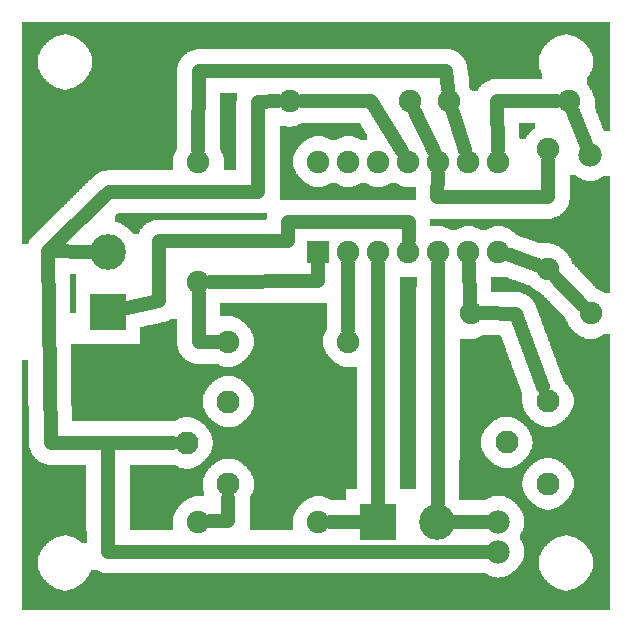
<source format=gbl>
G04 MADE WITH FRITZING*
G04 WWW.FRITZING.ORG*
G04 DOUBLE SIDED*
G04 HOLES PLATED*
G04 CONTOUR ON CENTER OF CONTOUR VECTOR*
%ASAXBY*%
%FSLAX23Y23*%
%MOIN*%
%OFA0B0*%
%SFA1.0B1.0*%
%ADD10C,0.075000*%
%ADD11C,0.076772*%
%ADD12C,0.118740*%
%ADD13C,0.078000*%
%ADD14R,0.075000X0.075000*%
%ADD15R,0.118740X0.118740*%
%ADD16C,0.048000*%
%LNCOPPER0*%
G90*
G70*
G54D10*
X1596Y1898D03*
X1929Y1393D03*
X1577Y870D03*
X874Y998D03*
X1035Y1235D03*
X1035Y1535D03*
X1135Y1235D03*
X1135Y1535D03*
X1235Y1235D03*
X1235Y1535D03*
X1335Y1235D03*
X1335Y1535D03*
X1435Y1235D03*
X1435Y1535D03*
X1535Y1235D03*
X1535Y1535D03*
X1635Y1235D03*
X1635Y1535D03*
G54D11*
X735Y460D03*
X735Y735D03*
X598Y597D03*
X1801Y461D03*
X1801Y737D03*
X1663Y599D03*
G54D10*
X1471Y1737D03*
X1871Y1737D03*
X1035Y335D03*
X635Y335D03*
X1801Y1177D03*
X1801Y1577D03*
X1543Y1029D03*
X1943Y1029D03*
X635Y1135D03*
X635Y1535D03*
X941Y1737D03*
X1341Y1737D03*
X735Y935D03*
X1135Y935D03*
G54D12*
X1235Y335D03*
X1432Y335D03*
X335Y1035D03*
X335Y1232D03*
G54D13*
X1941Y1557D03*
X1635Y335D03*
X1635Y235D03*
G54D14*
X1035Y1235D03*
G54D15*
X1235Y335D03*
X335Y1035D03*
G54D16*
X1763Y1190D02*
X1673Y1222D01*
D02*
X1828Y1148D02*
X1915Y1057D01*
D02*
X337Y1435D02*
X835Y1435D01*
D02*
X835Y1435D02*
X835Y1733D01*
D02*
X134Y1236D02*
X337Y1435D01*
D02*
X835Y1733D02*
X901Y1736D01*
D02*
X134Y1236D02*
X274Y1233D01*
D02*
X134Y1236D02*
X143Y597D01*
D02*
X143Y597D02*
X333Y597D01*
D02*
X333Y597D02*
X335Y235D01*
D02*
X335Y235D02*
X1594Y235D01*
D02*
X333Y597D02*
X550Y597D01*
D02*
X636Y933D02*
X636Y1095D01*
D02*
X696Y934D02*
X636Y933D01*
D02*
X1135Y1195D02*
X1135Y975D01*
D02*
X1461Y1838D02*
X1467Y1777D01*
D02*
X636Y1837D02*
X1461Y1838D01*
D02*
X635Y1575D02*
X636Y1837D01*
D02*
X1357Y1701D02*
X1419Y1571D01*
D02*
X1434Y1495D02*
X1432Y1418D01*
D02*
X1802Y1417D02*
X1801Y1537D01*
D02*
X1432Y1418D02*
X1802Y1417D01*
D02*
X1831Y1737D02*
X1629Y1738D01*
D02*
X1629Y1738D02*
X1634Y1575D01*
D02*
X1483Y1699D02*
X1523Y1573D01*
D02*
X1541Y1068D02*
X1537Y1195D01*
D02*
X980Y1737D02*
X1212Y1738D01*
D02*
X1212Y1738D02*
X1315Y1569D01*
D02*
X1594Y335D02*
X1494Y335D01*
D02*
X1885Y1700D02*
X1926Y1595D01*
D02*
X1174Y335D02*
X1075Y335D01*
D02*
X1582Y1029D02*
X1693Y1028D01*
D02*
X1693Y1028D02*
X1784Y782D01*
D02*
X735Y412D02*
X735Y336D01*
D02*
X735Y336D02*
X675Y336D01*
D02*
X1433Y397D02*
X1435Y1195D01*
D02*
X503Y1269D02*
X503Y1070D01*
D02*
X503Y1070D02*
X396Y1048D01*
D02*
X934Y1269D02*
X503Y1269D01*
D02*
X934Y1335D02*
X934Y1269D01*
D02*
X1336Y1335D02*
X934Y1335D01*
D02*
X1336Y1275D02*
X1336Y1335D01*
D02*
X1034Y1136D02*
X675Y1135D01*
D02*
X1035Y1195D02*
X1034Y1136D01*
D02*
X1235Y397D02*
X1235Y1195D01*
G36*
X48Y1999D02*
X48Y1959D01*
X1866Y1959D01*
X1866Y1957D01*
X1878Y1957D01*
X1878Y1955D01*
X1884Y1955D01*
X1884Y1953D01*
X1890Y1953D01*
X1890Y1951D01*
X1894Y1951D01*
X1894Y1949D01*
X1898Y1949D01*
X1898Y1947D01*
X1900Y1947D01*
X1900Y1945D01*
X1904Y1945D01*
X1904Y1943D01*
X1908Y1943D01*
X1908Y1941D01*
X1910Y1941D01*
X1910Y1939D01*
X1912Y1939D01*
X1912Y1937D01*
X1916Y1937D01*
X1916Y1935D01*
X1918Y1935D01*
X1918Y1933D01*
X1920Y1933D01*
X1920Y1931D01*
X1922Y1931D01*
X1922Y1929D01*
X1924Y1929D01*
X1924Y1927D01*
X1926Y1927D01*
X1926Y1925D01*
X1928Y1925D01*
X1928Y1923D01*
X1930Y1923D01*
X1930Y1919D01*
X1932Y1919D01*
X1932Y1917D01*
X1934Y1917D01*
X1934Y1915D01*
X1936Y1915D01*
X1936Y1911D01*
X1938Y1911D01*
X1938Y1909D01*
X1940Y1909D01*
X1940Y1905D01*
X1942Y1905D01*
X1942Y1901D01*
X1944Y1901D01*
X1944Y1897D01*
X1946Y1897D01*
X1946Y1893D01*
X1948Y1893D01*
X1948Y1887D01*
X1950Y1887D01*
X1950Y1877D01*
X1952Y1877D01*
X1952Y1855D01*
X1950Y1855D01*
X1950Y1847D01*
X1948Y1847D01*
X1948Y1841D01*
X1946Y1841D01*
X1946Y1837D01*
X1944Y1837D01*
X1944Y1833D01*
X1942Y1833D01*
X1942Y1829D01*
X1940Y1829D01*
X1940Y1825D01*
X1938Y1825D01*
X1938Y1823D01*
X1936Y1823D01*
X1936Y1819D01*
X1934Y1819D01*
X1934Y1817D01*
X1932Y1817D01*
X1932Y1815D01*
X1930Y1815D01*
X1930Y1791D01*
X1932Y1791D01*
X1932Y1789D01*
X1934Y1789D01*
X1934Y1787D01*
X1936Y1787D01*
X1936Y1785D01*
X1938Y1785D01*
X1938Y1781D01*
X1940Y1781D01*
X1940Y1779D01*
X1942Y1779D01*
X1942Y1775D01*
X1944Y1775D01*
X1944Y1773D01*
X1946Y1773D01*
X1946Y1769D01*
X1948Y1769D01*
X1948Y1765D01*
X1950Y1765D01*
X1950Y1761D01*
X1952Y1761D01*
X1952Y1755D01*
X1954Y1755D01*
X1954Y1747D01*
X1956Y1747D01*
X1956Y1713D01*
X1958Y1713D01*
X1958Y1709D01*
X1960Y1709D01*
X1960Y1703D01*
X1962Y1703D01*
X1962Y1697D01*
X1964Y1697D01*
X1964Y1693D01*
X1966Y1693D01*
X1966Y1687D01*
X1968Y1687D01*
X1968Y1683D01*
X1970Y1683D01*
X1970Y1677D01*
X1972Y1677D01*
X1972Y1673D01*
X1974Y1673D01*
X1974Y1667D01*
X1976Y1667D01*
X1976Y1663D01*
X1978Y1663D01*
X1978Y1657D01*
X1980Y1657D01*
X1980Y1651D01*
X1982Y1651D01*
X1982Y1647D01*
X1984Y1647D01*
X1984Y1641D01*
X1986Y1641D01*
X1986Y1637D01*
X2006Y1637D01*
X2006Y1999D01*
X48Y1999D01*
G37*
D02*
G36*
X48Y1959D02*
X48Y1775D01*
X184Y1775D01*
X184Y1777D01*
X174Y1777D01*
X174Y1779D01*
X166Y1779D01*
X166Y1781D01*
X162Y1781D01*
X162Y1783D01*
X158Y1783D01*
X158Y1785D01*
X154Y1785D01*
X154Y1787D01*
X150Y1787D01*
X150Y1789D01*
X146Y1789D01*
X146Y1791D01*
X144Y1791D01*
X144Y1793D01*
X142Y1793D01*
X142Y1795D01*
X138Y1795D01*
X138Y1797D01*
X136Y1797D01*
X136Y1799D01*
X134Y1799D01*
X134Y1801D01*
X132Y1801D01*
X132Y1803D01*
X130Y1803D01*
X130Y1805D01*
X128Y1805D01*
X128Y1807D01*
X126Y1807D01*
X126Y1809D01*
X124Y1809D01*
X124Y1811D01*
X122Y1811D01*
X122Y1813D01*
X120Y1813D01*
X120Y1815D01*
X118Y1815D01*
X118Y1819D01*
X116Y1819D01*
X116Y1821D01*
X114Y1821D01*
X114Y1825D01*
X112Y1825D01*
X112Y1827D01*
X110Y1827D01*
X110Y1831D01*
X108Y1831D01*
X108Y1835D01*
X106Y1835D01*
X106Y1839D01*
X104Y1839D01*
X104Y1845D01*
X102Y1845D01*
X102Y1853D01*
X100Y1853D01*
X100Y1881D01*
X102Y1881D01*
X102Y1889D01*
X104Y1889D01*
X104Y1893D01*
X106Y1893D01*
X106Y1899D01*
X108Y1899D01*
X108Y1903D01*
X110Y1903D01*
X110Y1907D01*
X112Y1907D01*
X112Y1909D01*
X114Y1909D01*
X114Y1913D01*
X116Y1913D01*
X116Y1915D01*
X118Y1915D01*
X118Y1919D01*
X120Y1919D01*
X120Y1921D01*
X122Y1921D01*
X122Y1923D01*
X124Y1923D01*
X124Y1925D01*
X126Y1925D01*
X126Y1927D01*
X128Y1927D01*
X128Y1929D01*
X130Y1929D01*
X130Y1931D01*
X132Y1931D01*
X132Y1933D01*
X134Y1933D01*
X134Y1935D01*
X136Y1935D01*
X136Y1937D01*
X138Y1937D01*
X138Y1939D01*
X142Y1939D01*
X142Y1941D01*
X144Y1941D01*
X144Y1943D01*
X148Y1943D01*
X148Y1945D01*
X150Y1945D01*
X150Y1947D01*
X154Y1947D01*
X154Y1949D01*
X158Y1949D01*
X158Y1951D01*
X162Y1951D01*
X162Y1953D01*
X168Y1953D01*
X168Y1955D01*
X174Y1955D01*
X174Y1957D01*
X186Y1957D01*
X186Y1959D01*
X48Y1959D01*
G37*
D02*
G36*
X196Y1959D02*
X196Y1957D01*
X208Y1957D01*
X208Y1955D01*
X214Y1955D01*
X214Y1953D01*
X220Y1953D01*
X220Y1951D01*
X224Y1951D01*
X224Y1949D01*
X228Y1949D01*
X228Y1947D01*
X230Y1947D01*
X230Y1945D01*
X234Y1945D01*
X234Y1943D01*
X238Y1943D01*
X238Y1941D01*
X240Y1941D01*
X240Y1939D01*
X242Y1939D01*
X242Y1937D01*
X244Y1937D01*
X244Y1935D01*
X248Y1935D01*
X248Y1933D01*
X250Y1933D01*
X250Y1931D01*
X252Y1931D01*
X252Y1929D01*
X254Y1929D01*
X254Y1927D01*
X256Y1927D01*
X256Y1925D01*
X258Y1925D01*
X258Y1923D01*
X260Y1923D01*
X260Y1919D01*
X262Y1919D01*
X262Y1917D01*
X264Y1917D01*
X264Y1915D01*
X266Y1915D01*
X266Y1911D01*
X1468Y1911D01*
X1468Y1909D01*
X1478Y1909D01*
X1478Y1907D01*
X1486Y1907D01*
X1486Y1905D01*
X1490Y1905D01*
X1490Y1903D01*
X1494Y1903D01*
X1494Y1901D01*
X1498Y1901D01*
X1498Y1899D01*
X1500Y1899D01*
X1500Y1897D01*
X1504Y1897D01*
X1504Y1895D01*
X1506Y1895D01*
X1506Y1893D01*
X1508Y1893D01*
X1508Y1891D01*
X1510Y1891D01*
X1510Y1889D01*
X1512Y1889D01*
X1512Y1887D01*
X1514Y1887D01*
X1514Y1885D01*
X1516Y1885D01*
X1516Y1883D01*
X1518Y1883D01*
X1518Y1881D01*
X1520Y1881D01*
X1520Y1877D01*
X1522Y1877D01*
X1522Y1875D01*
X1524Y1875D01*
X1524Y1871D01*
X1526Y1871D01*
X1526Y1867D01*
X1528Y1867D01*
X1528Y1861D01*
X1530Y1861D01*
X1530Y1855D01*
X1532Y1855D01*
X1532Y1839D01*
X1534Y1839D01*
X1534Y1819D01*
X1536Y1819D01*
X1536Y1811D01*
X1632Y1811D01*
X1632Y1809D01*
X1780Y1809D01*
X1780Y1831D01*
X1778Y1831D01*
X1778Y1835D01*
X1776Y1835D01*
X1776Y1839D01*
X1774Y1839D01*
X1774Y1845D01*
X1772Y1845D01*
X1772Y1853D01*
X1770Y1853D01*
X1770Y1881D01*
X1772Y1881D01*
X1772Y1889D01*
X1774Y1889D01*
X1774Y1893D01*
X1776Y1893D01*
X1776Y1899D01*
X1778Y1899D01*
X1778Y1903D01*
X1780Y1903D01*
X1780Y1907D01*
X1782Y1907D01*
X1782Y1909D01*
X1784Y1909D01*
X1784Y1913D01*
X1786Y1913D01*
X1786Y1915D01*
X1788Y1915D01*
X1788Y1919D01*
X1790Y1919D01*
X1790Y1921D01*
X1792Y1921D01*
X1792Y1923D01*
X1794Y1923D01*
X1794Y1925D01*
X1796Y1925D01*
X1796Y1927D01*
X1798Y1927D01*
X1798Y1929D01*
X1800Y1929D01*
X1800Y1931D01*
X1802Y1931D01*
X1802Y1933D01*
X1804Y1933D01*
X1804Y1935D01*
X1806Y1935D01*
X1806Y1937D01*
X1808Y1937D01*
X1808Y1939D01*
X1812Y1939D01*
X1812Y1941D01*
X1814Y1941D01*
X1814Y1943D01*
X1818Y1943D01*
X1818Y1945D01*
X1820Y1945D01*
X1820Y1947D01*
X1824Y1947D01*
X1824Y1949D01*
X1828Y1949D01*
X1828Y1951D01*
X1832Y1951D01*
X1832Y1953D01*
X1838Y1953D01*
X1838Y1955D01*
X1844Y1955D01*
X1844Y1957D01*
X1856Y1957D01*
X1856Y1959D01*
X196Y1959D01*
G37*
D02*
G36*
X268Y1911D02*
X268Y1909D01*
X270Y1909D01*
X270Y1905D01*
X272Y1905D01*
X272Y1901D01*
X274Y1901D01*
X274Y1897D01*
X276Y1897D01*
X276Y1893D01*
X278Y1893D01*
X278Y1887D01*
X280Y1887D01*
X280Y1877D01*
X282Y1877D01*
X282Y1857D01*
X280Y1857D01*
X280Y1847D01*
X278Y1847D01*
X278Y1841D01*
X276Y1841D01*
X276Y1837D01*
X274Y1837D01*
X274Y1833D01*
X272Y1833D01*
X272Y1829D01*
X270Y1829D01*
X270Y1825D01*
X268Y1825D01*
X268Y1823D01*
X266Y1823D01*
X266Y1819D01*
X264Y1819D01*
X264Y1817D01*
X262Y1817D01*
X262Y1815D01*
X260Y1815D01*
X260Y1811D01*
X258Y1811D01*
X258Y1809D01*
X256Y1809D01*
X256Y1807D01*
X254Y1807D01*
X254Y1805D01*
X252Y1805D01*
X252Y1803D01*
X250Y1803D01*
X250Y1801D01*
X248Y1801D01*
X248Y1799D01*
X246Y1799D01*
X246Y1797D01*
X242Y1797D01*
X242Y1795D01*
X240Y1795D01*
X240Y1793D01*
X238Y1793D01*
X238Y1791D01*
X234Y1791D01*
X234Y1789D01*
X232Y1789D01*
X232Y1787D01*
X228Y1787D01*
X228Y1785D01*
X224Y1785D01*
X224Y1783D01*
X220Y1783D01*
X220Y1781D01*
X214Y1781D01*
X214Y1779D01*
X208Y1779D01*
X208Y1777D01*
X198Y1777D01*
X198Y1775D01*
X564Y1775D01*
X564Y1849D01*
X566Y1849D01*
X566Y1857D01*
X568Y1857D01*
X568Y1863D01*
X570Y1863D01*
X570Y1867D01*
X572Y1867D01*
X572Y1871D01*
X574Y1871D01*
X574Y1875D01*
X576Y1875D01*
X576Y1877D01*
X578Y1877D01*
X578Y1881D01*
X580Y1881D01*
X580Y1883D01*
X582Y1883D01*
X582Y1885D01*
X584Y1885D01*
X584Y1887D01*
X586Y1887D01*
X586Y1889D01*
X588Y1889D01*
X588Y1891D01*
X590Y1891D01*
X590Y1893D01*
X592Y1893D01*
X592Y1895D01*
X596Y1895D01*
X596Y1897D01*
X598Y1897D01*
X598Y1899D01*
X602Y1899D01*
X602Y1901D01*
X606Y1901D01*
X606Y1903D01*
X610Y1903D01*
X610Y1905D01*
X618Y1905D01*
X618Y1907D01*
X628Y1907D01*
X628Y1909D01*
X1330Y1909D01*
X1330Y1911D01*
X268Y1911D01*
G37*
D02*
G36*
X1536Y1811D02*
X1536Y1797D01*
X1538Y1797D01*
X1538Y1781D01*
X1540Y1781D01*
X1540Y1779D01*
X1542Y1779D01*
X1542Y1775D01*
X1544Y1775D01*
X1544Y1773D01*
X1546Y1773D01*
X1546Y1771D01*
X1566Y1771D01*
X1566Y1775D01*
X1568Y1775D01*
X1568Y1777D01*
X1570Y1777D01*
X1570Y1781D01*
X1572Y1781D01*
X1572Y1783D01*
X1574Y1783D01*
X1574Y1785D01*
X1576Y1785D01*
X1576Y1787D01*
X1578Y1787D01*
X1578Y1789D01*
X1580Y1789D01*
X1580Y1791D01*
X1582Y1791D01*
X1582Y1793D01*
X1584Y1793D01*
X1584Y1795D01*
X1586Y1795D01*
X1586Y1797D01*
X1590Y1797D01*
X1590Y1799D01*
X1592Y1799D01*
X1592Y1801D01*
X1596Y1801D01*
X1596Y1803D01*
X1600Y1803D01*
X1600Y1805D01*
X1606Y1805D01*
X1606Y1807D01*
X1612Y1807D01*
X1612Y1809D01*
X1630Y1809D01*
X1630Y1811D01*
X1536Y1811D01*
G37*
D02*
G36*
X48Y1775D02*
X48Y1773D01*
X564Y1773D01*
X564Y1775D01*
X48Y1775D01*
G37*
D02*
G36*
X48Y1775D02*
X48Y1773D01*
X564Y1773D01*
X564Y1775D01*
X48Y1775D01*
G37*
D02*
G36*
X48Y1773D02*
X48Y1261D01*
X68Y1261D01*
X68Y1265D01*
X70Y1265D01*
X70Y1269D01*
X72Y1269D01*
X72Y1273D01*
X74Y1273D01*
X74Y1277D01*
X76Y1277D01*
X76Y1279D01*
X78Y1279D01*
X78Y1281D01*
X80Y1281D01*
X80Y1283D01*
X82Y1283D01*
X82Y1285D01*
X84Y1285D01*
X84Y1287D01*
X86Y1287D01*
X86Y1289D01*
X88Y1289D01*
X88Y1291D01*
X90Y1291D01*
X90Y1293D01*
X92Y1293D01*
X92Y1295D01*
X94Y1295D01*
X94Y1297D01*
X96Y1297D01*
X96Y1299D01*
X98Y1299D01*
X98Y1301D01*
X100Y1301D01*
X100Y1303D01*
X102Y1303D01*
X102Y1305D01*
X104Y1305D01*
X104Y1307D01*
X106Y1307D01*
X106Y1309D01*
X108Y1309D01*
X108Y1311D01*
X110Y1311D01*
X110Y1313D01*
X112Y1313D01*
X112Y1315D01*
X114Y1315D01*
X114Y1317D01*
X116Y1317D01*
X116Y1319D01*
X118Y1319D01*
X118Y1321D01*
X120Y1321D01*
X120Y1323D01*
X122Y1323D01*
X122Y1325D01*
X124Y1325D01*
X124Y1327D01*
X126Y1327D01*
X126Y1329D01*
X128Y1329D01*
X128Y1331D01*
X130Y1331D01*
X130Y1333D01*
X132Y1333D01*
X132Y1335D01*
X134Y1335D01*
X134Y1337D01*
X136Y1337D01*
X136Y1339D01*
X138Y1339D01*
X138Y1341D01*
X140Y1341D01*
X140Y1343D01*
X142Y1343D01*
X142Y1345D01*
X144Y1345D01*
X144Y1347D01*
X146Y1347D01*
X146Y1349D01*
X148Y1349D01*
X148Y1351D01*
X150Y1351D01*
X150Y1353D01*
X152Y1353D01*
X152Y1355D01*
X154Y1355D01*
X154Y1357D01*
X156Y1357D01*
X156Y1359D01*
X158Y1359D01*
X158Y1361D01*
X160Y1361D01*
X160Y1363D01*
X162Y1363D01*
X162Y1365D01*
X164Y1365D01*
X164Y1367D01*
X166Y1367D01*
X166Y1369D01*
X168Y1369D01*
X168Y1371D01*
X170Y1371D01*
X170Y1373D01*
X172Y1373D01*
X172Y1375D01*
X174Y1375D01*
X174Y1377D01*
X176Y1377D01*
X176Y1379D01*
X180Y1379D01*
X180Y1381D01*
X182Y1381D01*
X182Y1383D01*
X184Y1383D01*
X184Y1385D01*
X186Y1385D01*
X186Y1387D01*
X188Y1387D01*
X188Y1389D01*
X190Y1389D01*
X190Y1391D01*
X192Y1391D01*
X192Y1393D01*
X194Y1393D01*
X194Y1395D01*
X196Y1395D01*
X196Y1397D01*
X198Y1397D01*
X198Y1399D01*
X200Y1399D01*
X200Y1401D01*
X202Y1401D01*
X202Y1403D01*
X204Y1403D01*
X204Y1405D01*
X206Y1405D01*
X206Y1407D01*
X208Y1407D01*
X208Y1409D01*
X210Y1409D01*
X210Y1411D01*
X212Y1411D01*
X212Y1413D01*
X214Y1413D01*
X214Y1415D01*
X216Y1415D01*
X216Y1417D01*
X218Y1417D01*
X218Y1419D01*
X220Y1419D01*
X220Y1421D01*
X222Y1421D01*
X222Y1423D01*
X224Y1423D01*
X224Y1425D01*
X226Y1425D01*
X226Y1427D01*
X228Y1427D01*
X228Y1429D01*
X230Y1429D01*
X230Y1431D01*
X232Y1431D01*
X232Y1433D01*
X234Y1433D01*
X234Y1435D01*
X236Y1435D01*
X236Y1437D01*
X238Y1437D01*
X238Y1439D01*
X240Y1439D01*
X240Y1441D01*
X242Y1441D01*
X242Y1443D01*
X244Y1443D01*
X244Y1445D01*
X246Y1445D01*
X246Y1447D01*
X248Y1447D01*
X248Y1449D01*
X250Y1449D01*
X250Y1451D01*
X252Y1451D01*
X252Y1453D01*
X254Y1453D01*
X254Y1455D01*
X256Y1455D01*
X256Y1457D01*
X258Y1457D01*
X258Y1459D01*
X260Y1459D01*
X260Y1461D01*
X262Y1461D01*
X262Y1463D01*
X264Y1463D01*
X264Y1465D01*
X266Y1465D01*
X266Y1467D01*
X268Y1467D01*
X268Y1469D01*
X270Y1469D01*
X270Y1471D01*
X272Y1471D01*
X272Y1473D01*
X274Y1473D01*
X274Y1475D01*
X278Y1475D01*
X278Y1477D01*
X280Y1477D01*
X280Y1479D01*
X282Y1479D01*
X282Y1481D01*
X284Y1481D01*
X284Y1483D01*
X286Y1483D01*
X286Y1485D01*
X288Y1485D01*
X288Y1487D01*
X290Y1487D01*
X290Y1489D01*
X292Y1489D01*
X292Y1491D01*
X294Y1491D01*
X294Y1493D01*
X298Y1493D01*
X298Y1495D01*
X300Y1495D01*
X300Y1497D01*
X304Y1497D01*
X304Y1499D01*
X308Y1499D01*
X308Y1501D01*
X312Y1501D01*
X312Y1503D01*
X318Y1503D01*
X318Y1505D01*
X330Y1505D01*
X330Y1507D01*
X550Y1507D01*
X550Y1545D01*
X552Y1545D01*
X552Y1553D01*
X554Y1553D01*
X554Y1559D01*
X556Y1559D01*
X556Y1563D01*
X558Y1563D01*
X558Y1567D01*
X560Y1567D01*
X560Y1571D01*
X562Y1571D01*
X562Y1573D01*
X564Y1573D01*
X564Y1773D01*
X48Y1773D01*
G37*
D02*
G36*
X708Y1765D02*
X708Y1573D01*
X710Y1573D01*
X710Y1569D01*
X712Y1569D01*
X712Y1565D01*
X714Y1565D01*
X714Y1561D01*
X716Y1561D01*
X716Y1555D01*
X718Y1555D01*
X718Y1549D01*
X720Y1549D01*
X720Y1507D01*
X762Y1507D01*
X762Y1737D01*
X764Y1737D01*
X764Y1765D01*
X708Y1765D01*
G37*
D02*
G36*
X1704Y1665D02*
X1704Y1615D01*
X1706Y1615D01*
X1706Y1611D01*
X1726Y1611D01*
X1726Y1613D01*
X1728Y1613D01*
X1728Y1617D01*
X1730Y1617D01*
X1730Y1619D01*
X1732Y1619D01*
X1732Y1623D01*
X1734Y1623D01*
X1734Y1625D01*
X1736Y1625D01*
X1736Y1627D01*
X1738Y1627D01*
X1738Y1629D01*
X1740Y1629D01*
X1740Y1633D01*
X1742Y1633D01*
X1742Y1635D01*
X1744Y1635D01*
X1744Y1637D01*
X1748Y1637D01*
X1748Y1639D01*
X1750Y1639D01*
X1750Y1641D01*
X1752Y1641D01*
X1752Y1643D01*
X1754Y1643D01*
X1754Y1645D01*
X1756Y1645D01*
X1756Y1665D01*
X1704Y1665D01*
G37*
D02*
G36*
X978Y1665D02*
X978Y1663D01*
X976Y1663D01*
X976Y1661D01*
X972Y1661D01*
X972Y1659D01*
X968Y1659D01*
X968Y1657D01*
X964Y1657D01*
X964Y1655D01*
X958Y1655D01*
X958Y1653D01*
X948Y1653D01*
X948Y1651D01*
X1180Y1651D01*
X1180Y1653D01*
X1178Y1653D01*
X1178Y1657D01*
X1176Y1657D01*
X1176Y1661D01*
X1174Y1661D01*
X1174Y1663D01*
X1172Y1663D01*
X1172Y1665D01*
X978Y1665D01*
G37*
D02*
G36*
X906Y1653D02*
X906Y1651D01*
X932Y1651D01*
X932Y1653D01*
X906Y1653D01*
G37*
D02*
G36*
X906Y1651D02*
X906Y1649D01*
X1182Y1649D01*
X1182Y1651D01*
X906Y1651D01*
G37*
D02*
G36*
X906Y1651D02*
X906Y1649D01*
X1182Y1649D01*
X1182Y1651D01*
X906Y1651D01*
G37*
D02*
G36*
X906Y1649D02*
X906Y1621D01*
X1142Y1621D01*
X1142Y1619D01*
X1152Y1619D01*
X1152Y1617D01*
X1158Y1617D01*
X1158Y1615D01*
X1162Y1615D01*
X1162Y1613D01*
X1166Y1613D01*
X1166Y1611D01*
X1170Y1611D01*
X1170Y1609D01*
X1174Y1609D01*
X1174Y1607D01*
X1196Y1607D01*
X1196Y1627D01*
X1194Y1627D01*
X1194Y1631D01*
X1192Y1631D01*
X1192Y1633D01*
X1190Y1633D01*
X1190Y1637D01*
X1188Y1637D01*
X1188Y1641D01*
X1186Y1641D01*
X1186Y1643D01*
X1184Y1643D01*
X1184Y1647D01*
X1182Y1647D01*
X1182Y1649D01*
X906Y1649D01*
G37*
D02*
G36*
X906Y1621D02*
X906Y1449D01*
X1028Y1449D01*
X1028Y1451D01*
X1018Y1451D01*
X1018Y1453D01*
X1012Y1453D01*
X1012Y1455D01*
X1008Y1455D01*
X1008Y1457D01*
X1004Y1457D01*
X1004Y1459D01*
X1000Y1459D01*
X1000Y1461D01*
X998Y1461D01*
X998Y1463D01*
X994Y1463D01*
X994Y1465D01*
X992Y1465D01*
X992Y1467D01*
X988Y1467D01*
X988Y1469D01*
X986Y1469D01*
X986Y1471D01*
X984Y1471D01*
X984Y1473D01*
X982Y1473D01*
X982Y1475D01*
X980Y1475D01*
X980Y1477D01*
X978Y1477D01*
X978Y1479D01*
X976Y1479D01*
X976Y1481D01*
X974Y1481D01*
X974Y1483D01*
X972Y1483D01*
X972Y1485D01*
X970Y1485D01*
X970Y1487D01*
X968Y1487D01*
X968Y1491D01*
X966Y1491D01*
X966Y1493D01*
X964Y1493D01*
X964Y1495D01*
X962Y1495D01*
X962Y1499D01*
X960Y1499D01*
X960Y1503D01*
X958Y1503D01*
X958Y1507D01*
X956Y1507D01*
X956Y1511D01*
X954Y1511D01*
X954Y1517D01*
X952Y1517D01*
X952Y1525D01*
X950Y1525D01*
X950Y1545D01*
X952Y1545D01*
X952Y1553D01*
X954Y1553D01*
X954Y1559D01*
X956Y1559D01*
X956Y1563D01*
X958Y1563D01*
X958Y1567D01*
X960Y1567D01*
X960Y1571D01*
X962Y1571D01*
X962Y1573D01*
X964Y1573D01*
X964Y1577D01*
X966Y1577D01*
X966Y1579D01*
X968Y1579D01*
X968Y1583D01*
X970Y1583D01*
X970Y1585D01*
X972Y1585D01*
X972Y1587D01*
X974Y1587D01*
X974Y1589D01*
X976Y1589D01*
X976Y1591D01*
X978Y1591D01*
X978Y1593D01*
X980Y1593D01*
X980Y1595D01*
X982Y1595D01*
X982Y1597D01*
X984Y1597D01*
X984Y1599D01*
X986Y1599D01*
X986Y1601D01*
X988Y1601D01*
X988Y1603D01*
X992Y1603D01*
X992Y1605D01*
X994Y1605D01*
X994Y1607D01*
X998Y1607D01*
X998Y1609D01*
X1000Y1609D01*
X1000Y1611D01*
X1004Y1611D01*
X1004Y1613D01*
X1008Y1613D01*
X1008Y1615D01*
X1014Y1615D01*
X1014Y1617D01*
X1020Y1617D01*
X1020Y1619D01*
X1030Y1619D01*
X1030Y1621D01*
X906Y1621D01*
G37*
D02*
G36*
X1042Y1621D02*
X1042Y1619D01*
X1052Y1619D01*
X1052Y1617D01*
X1058Y1617D01*
X1058Y1615D01*
X1062Y1615D01*
X1062Y1613D01*
X1066Y1613D01*
X1066Y1611D01*
X1070Y1611D01*
X1070Y1609D01*
X1074Y1609D01*
X1074Y1607D01*
X1098Y1607D01*
X1098Y1609D01*
X1100Y1609D01*
X1100Y1611D01*
X1104Y1611D01*
X1104Y1613D01*
X1108Y1613D01*
X1108Y1615D01*
X1114Y1615D01*
X1114Y1617D01*
X1120Y1617D01*
X1120Y1619D01*
X1130Y1619D01*
X1130Y1621D01*
X1042Y1621D01*
G37*
D02*
G36*
X1074Y1463D02*
X1074Y1461D01*
X1070Y1461D01*
X1070Y1459D01*
X1066Y1459D01*
X1066Y1457D01*
X1062Y1457D01*
X1062Y1455D01*
X1058Y1455D01*
X1058Y1453D01*
X1052Y1453D01*
X1052Y1451D01*
X1044Y1451D01*
X1044Y1449D01*
X1128Y1449D01*
X1128Y1451D01*
X1118Y1451D01*
X1118Y1453D01*
X1112Y1453D01*
X1112Y1455D01*
X1108Y1455D01*
X1108Y1457D01*
X1104Y1457D01*
X1104Y1459D01*
X1100Y1459D01*
X1100Y1461D01*
X1098Y1461D01*
X1098Y1463D01*
X1074Y1463D01*
G37*
D02*
G36*
X1174Y1463D02*
X1174Y1461D01*
X1170Y1461D01*
X1170Y1459D01*
X1166Y1459D01*
X1166Y1457D01*
X1162Y1457D01*
X1162Y1455D01*
X1158Y1455D01*
X1158Y1453D01*
X1152Y1453D01*
X1152Y1451D01*
X1144Y1451D01*
X1144Y1449D01*
X1228Y1449D01*
X1228Y1451D01*
X1218Y1451D01*
X1218Y1453D01*
X1212Y1453D01*
X1212Y1455D01*
X1208Y1455D01*
X1208Y1457D01*
X1204Y1457D01*
X1204Y1459D01*
X1200Y1459D01*
X1200Y1461D01*
X1198Y1461D01*
X1198Y1463D01*
X1174Y1463D01*
G37*
D02*
G36*
X1274Y1463D02*
X1274Y1461D01*
X1270Y1461D01*
X1270Y1459D01*
X1266Y1459D01*
X1266Y1457D01*
X1262Y1457D01*
X1262Y1455D01*
X1258Y1455D01*
X1258Y1453D01*
X1252Y1453D01*
X1252Y1451D01*
X1244Y1451D01*
X1244Y1449D01*
X1328Y1449D01*
X1328Y1451D01*
X1318Y1451D01*
X1318Y1453D01*
X1312Y1453D01*
X1312Y1455D01*
X1308Y1455D01*
X1308Y1457D01*
X1304Y1457D01*
X1304Y1459D01*
X1300Y1459D01*
X1300Y1461D01*
X1298Y1461D01*
X1298Y1463D01*
X1274Y1463D01*
G37*
D02*
G36*
X906Y1449D02*
X906Y1447D01*
X1360Y1447D01*
X1360Y1449D01*
X906Y1449D01*
G37*
D02*
G36*
X906Y1449D02*
X906Y1447D01*
X1360Y1447D01*
X1360Y1449D01*
X906Y1449D01*
G37*
D02*
G36*
X906Y1449D02*
X906Y1447D01*
X1360Y1447D01*
X1360Y1449D01*
X906Y1449D01*
G37*
D02*
G36*
X906Y1449D02*
X906Y1447D01*
X1360Y1447D01*
X1360Y1449D01*
X906Y1449D01*
G37*
D02*
G36*
X906Y1447D02*
X906Y1407D01*
X1360Y1407D01*
X1360Y1447D01*
X906Y1447D01*
G37*
D02*
G36*
X1874Y1489D02*
X1874Y1487D01*
X1894Y1487D01*
X1894Y1489D01*
X1874Y1489D01*
G37*
D02*
G36*
X1874Y1487D02*
X1874Y1469D01*
X1936Y1469D01*
X1936Y1471D01*
X1926Y1471D01*
X1926Y1473D01*
X1920Y1473D01*
X1920Y1475D01*
X1914Y1475D01*
X1914Y1477D01*
X1910Y1477D01*
X1910Y1479D01*
X1906Y1479D01*
X1906Y1481D01*
X1902Y1481D01*
X1902Y1483D01*
X1900Y1483D01*
X1900Y1485D01*
X1896Y1485D01*
X1896Y1487D01*
X1874Y1487D01*
G37*
D02*
G36*
X1984Y1487D02*
X1984Y1485D01*
X1982Y1485D01*
X1982Y1483D01*
X1978Y1483D01*
X1978Y1481D01*
X1976Y1481D01*
X1976Y1479D01*
X1972Y1479D01*
X1972Y1477D01*
X1968Y1477D01*
X1968Y1475D01*
X1962Y1475D01*
X1962Y1473D01*
X1956Y1473D01*
X1956Y1471D01*
X1944Y1471D01*
X1944Y1469D01*
X2006Y1469D01*
X2006Y1487D01*
X1984Y1487D01*
G37*
D02*
G36*
X1874Y1469D02*
X1874Y1467D01*
X2006Y1467D01*
X2006Y1469D01*
X1874Y1469D01*
G37*
D02*
G36*
X1874Y1469D02*
X1874Y1467D01*
X2006Y1467D01*
X2006Y1469D01*
X1874Y1469D01*
G37*
D02*
G36*
X1874Y1467D02*
X1874Y1407D01*
X1872Y1407D01*
X1872Y1397D01*
X1870Y1397D01*
X1870Y1391D01*
X1868Y1391D01*
X1868Y1387D01*
X1866Y1387D01*
X1866Y1383D01*
X1864Y1383D01*
X1864Y1379D01*
X1862Y1379D01*
X1862Y1377D01*
X1860Y1377D01*
X1860Y1373D01*
X1858Y1373D01*
X1858Y1371D01*
X1856Y1371D01*
X1856Y1369D01*
X1854Y1369D01*
X1854Y1367D01*
X1852Y1367D01*
X1852Y1365D01*
X1850Y1365D01*
X1850Y1363D01*
X1848Y1363D01*
X1848Y1361D01*
X1846Y1361D01*
X1846Y1359D01*
X1842Y1359D01*
X1842Y1357D01*
X1840Y1357D01*
X1840Y1355D01*
X1836Y1355D01*
X1836Y1353D01*
X1832Y1353D01*
X1832Y1351D01*
X1828Y1351D01*
X1828Y1349D01*
X1822Y1349D01*
X1822Y1347D01*
X1814Y1347D01*
X1814Y1345D01*
X1408Y1345D01*
X1408Y1321D01*
X1642Y1321D01*
X1642Y1319D01*
X1652Y1319D01*
X1652Y1317D01*
X1658Y1317D01*
X1658Y1315D01*
X1662Y1315D01*
X1662Y1313D01*
X1666Y1313D01*
X1666Y1311D01*
X1670Y1311D01*
X1670Y1309D01*
X1674Y1309D01*
X1674Y1307D01*
X1676Y1307D01*
X1676Y1305D01*
X1680Y1305D01*
X1680Y1303D01*
X1682Y1303D01*
X1682Y1301D01*
X1684Y1301D01*
X1684Y1299D01*
X1686Y1299D01*
X1686Y1297D01*
X1690Y1297D01*
X1690Y1295D01*
X1692Y1295D01*
X1692Y1293D01*
X1694Y1293D01*
X1694Y1291D01*
X1696Y1291D01*
X1696Y1289D01*
X1702Y1289D01*
X1702Y1287D01*
X1708Y1287D01*
X1708Y1285D01*
X1712Y1285D01*
X1712Y1283D01*
X1718Y1283D01*
X1718Y1281D01*
X1724Y1281D01*
X1724Y1279D01*
X1730Y1279D01*
X1730Y1277D01*
X1736Y1277D01*
X1736Y1275D01*
X1742Y1275D01*
X1742Y1273D01*
X1748Y1273D01*
X1748Y1271D01*
X1752Y1271D01*
X1752Y1269D01*
X1758Y1269D01*
X1758Y1267D01*
X1764Y1267D01*
X1764Y1265D01*
X1770Y1265D01*
X1770Y1263D01*
X1806Y1263D01*
X1806Y1261D01*
X1816Y1261D01*
X1816Y1259D01*
X1822Y1259D01*
X1822Y1257D01*
X1828Y1257D01*
X1828Y1255D01*
X1832Y1255D01*
X1832Y1253D01*
X1836Y1253D01*
X1836Y1251D01*
X1838Y1251D01*
X1838Y1249D01*
X1842Y1249D01*
X1842Y1247D01*
X1844Y1247D01*
X1844Y1245D01*
X1848Y1245D01*
X1848Y1243D01*
X1850Y1243D01*
X1850Y1241D01*
X1852Y1241D01*
X1852Y1239D01*
X1854Y1239D01*
X1854Y1237D01*
X1856Y1237D01*
X1856Y1235D01*
X1858Y1235D01*
X1858Y1233D01*
X1860Y1233D01*
X1860Y1231D01*
X1862Y1231D01*
X1862Y1229D01*
X1864Y1229D01*
X1864Y1227D01*
X1866Y1227D01*
X1866Y1225D01*
X1868Y1225D01*
X1868Y1221D01*
X1870Y1221D01*
X1870Y1219D01*
X1872Y1219D01*
X1872Y1215D01*
X1874Y1215D01*
X1874Y1213D01*
X1876Y1213D01*
X1876Y1209D01*
X1878Y1209D01*
X1878Y1205D01*
X1880Y1205D01*
X1880Y1201D01*
X1882Y1201D01*
X1882Y1195D01*
X1884Y1195D01*
X1884Y1193D01*
X1886Y1193D01*
X1886Y1191D01*
X1888Y1191D01*
X1888Y1189D01*
X1890Y1189D01*
X1890Y1187D01*
X1892Y1187D01*
X1892Y1185D01*
X1894Y1185D01*
X1894Y1183D01*
X1896Y1183D01*
X1896Y1181D01*
X1898Y1181D01*
X1898Y1179D01*
X1900Y1179D01*
X1900Y1177D01*
X1902Y1177D01*
X1902Y1175D01*
X1904Y1175D01*
X1904Y1173D01*
X1906Y1173D01*
X1906Y1169D01*
X1908Y1169D01*
X1908Y1167D01*
X1910Y1167D01*
X1910Y1165D01*
X1912Y1165D01*
X1912Y1163D01*
X1914Y1163D01*
X1914Y1161D01*
X1916Y1161D01*
X1916Y1159D01*
X1918Y1159D01*
X1918Y1157D01*
X1920Y1157D01*
X1920Y1155D01*
X1922Y1155D01*
X1922Y1153D01*
X1924Y1153D01*
X1924Y1151D01*
X1926Y1151D01*
X1926Y1149D01*
X1928Y1149D01*
X1928Y1147D01*
X1930Y1147D01*
X1930Y1145D01*
X1932Y1145D01*
X1932Y1143D01*
X1934Y1143D01*
X1934Y1141D01*
X1936Y1141D01*
X1936Y1139D01*
X1938Y1139D01*
X1938Y1137D01*
X1940Y1137D01*
X1940Y1135D01*
X1942Y1135D01*
X1942Y1133D01*
X1944Y1133D01*
X1944Y1131D01*
X1946Y1131D01*
X1946Y1129D01*
X1948Y1129D01*
X1948Y1127D01*
X1950Y1127D01*
X1950Y1125D01*
X1952Y1125D01*
X1952Y1121D01*
X1954Y1121D01*
X1954Y1119D01*
X1956Y1119D01*
X1956Y1117D01*
X1958Y1117D01*
X1958Y1115D01*
X1960Y1115D01*
X1960Y1113D01*
X1962Y1113D01*
X1962Y1111D01*
X1964Y1111D01*
X1964Y1109D01*
X1968Y1109D01*
X1968Y1107D01*
X1974Y1107D01*
X1974Y1105D01*
X1976Y1105D01*
X1976Y1103D01*
X1980Y1103D01*
X1980Y1101D01*
X1984Y1101D01*
X1984Y1099D01*
X1986Y1099D01*
X1986Y1097D01*
X2006Y1097D01*
X2006Y1467D01*
X1874Y1467D01*
G37*
D02*
G36*
X1408Y1321D02*
X1408Y1319D01*
X1430Y1319D01*
X1430Y1321D01*
X1408Y1321D01*
G37*
D02*
G36*
X1442Y1321D02*
X1442Y1319D01*
X1452Y1319D01*
X1452Y1317D01*
X1458Y1317D01*
X1458Y1315D01*
X1462Y1315D01*
X1462Y1313D01*
X1466Y1313D01*
X1466Y1311D01*
X1470Y1311D01*
X1470Y1309D01*
X1474Y1309D01*
X1474Y1307D01*
X1498Y1307D01*
X1498Y1309D01*
X1500Y1309D01*
X1500Y1311D01*
X1504Y1311D01*
X1504Y1313D01*
X1508Y1313D01*
X1508Y1315D01*
X1514Y1315D01*
X1514Y1317D01*
X1520Y1317D01*
X1520Y1319D01*
X1530Y1319D01*
X1530Y1321D01*
X1442Y1321D01*
G37*
D02*
G36*
X1542Y1321D02*
X1542Y1319D01*
X1552Y1319D01*
X1552Y1317D01*
X1558Y1317D01*
X1558Y1315D01*
X1562Y1315D01*
X1562Y1313D01*
X1566Y1313D01*
X1566Y1311D01*
X1570Y1311D01*
X1570Y1309D01*
X1574Y1309D01*
X1574Y1307D01*
X1598Y1307D01*
X1598Y1309D01*
X1600Y1309D01*
X1600Y1311D01*
X1604Y1311D01*
X1604Y1313D01*
X1608Y1313D01*
X1608Y1315D01*
X1614Y1315D01*
X1614Y1317D01*
X1620Y1317D01*
X1620Y1319D01*
X1630Y1319D01*
X1630Y1321D01*
X1542Y1321D01*
G37*
D02*
G36*
X366Y1363D02*
X366Y1361D01*
X364Y1361D01*
X364Y1359D01*
X362Y1359D01*
X362Y1357D01*
X360Y1357D01*
X360Y1355D01*
X358Y1355D01*
X358Y1335D01*
X364Y1335D01*
X364Y1333D01*
X368Y1333D01*
X368Y1331D01*
X372Y1331D01*
X372Y1329D01*
X376Y1329D01*
X376Y1327D01*
X380Y1327D01*
X380Y1325D01*
X384Y1325D01*
X384Y1323D01*
X388Y1323D01*
X388Y1321D01*
X390Y1321D01*
X390Y1319D01*
X392Y1319D01*
X392Y1317D01*
X396Y1317D01*
X396Y1315D01*
X398Y1315D01*
X398Y1313D01*
X400Y1313D01*
X400Y1311D01*
X402Y1311D01*
X402Y1309D01*
X404Y1309D01*
X404Y1307D01*
X406Y1307D01*
X406Y1305D01*
X408Y1305D01*
X408Y1303D01*
X410Y1303D01*
X410Y1301D01*
X412Y1301D01*
X412Y1299D01*
X414Y1299D01*
X414Y1297D01*
X416Y1297D01*
X416Y1295D01*
X436Y1295D01*
X436Y1297D01*
X438Y1297D01*
X438Y1301D01*
X440Y1301D01*
X440Y1305D01*
X442Y1305D01*
X442Y1309D01*
X444Y1309D01*
X444Y1311D01*
X446Y1311D01*
X446Y1313D01*
X448Y1313D01*
X448Y1315D01*
X450Y1315D01*
X450Y1319D01*
X452Y1319D01*
X452Y1321D01*
X454Y1321D01*
X454Y1323D01*
X458Y1323D01*
X458Y1325D01*
X460Y1325D01*
X460Y1327D01*
X462Y1327D01*
X462Y1329D01*
X466Y1329D01*
X466Y1331D01*
X470Y1331D01*
X470Y1333D01*
X474Y1333D01*
X474Y1335D01*
X478Y1335D01*
X478Y1337D01*
X484Y1337D01*
X484Y1339D01*
X494Y1339D01*
X494Y1341D01*
X862Y1341D01*
X862Y1345D01*
X864Y1345D01*
X864Y1363D01*
X366Y1363D01*
G37*
D02*
G36*
X208Y1161D02*
X208Y1029D01*
X228Y1029D01*
X228Y1161D01*
X208Y1161D01*
G37*
D02*
G36*
X1308Y1151D02*
X1308Y1149D01*
X1328Y1149D01*
X1328Y1151D01*
X1308Y1151D01*
G37*
D02*
G36*
X1344Y1151D02*
X1344Y1149D01*
X1364Y1149D01*
X1364Y1151D01*
X1344Y1151D01*
G37*
D02*
G36*
X1308Y1149D02*
X1308Y1147D01*
X1364Y1147D01*
X1364Y1149D01*
X1308Y1149D01*
G37*
D02*
G36*
X1308Y1149D02*
X1308Y1147D01*
X1364Y1147D01*
X1364Y1149D01*
X1308Y1149D01*
G37*
D02*
G36*
X1308Y1147D02*
X1308Y443D01*
X1360Y443D01*
X1360Y543D01*
X1362Y543D01*
X1362Y1117D01*
X1364Y1117D01*
X1364Y1147D01*
X1308Y1147D01*
G37*
D02*
G36*
X1610Y1149D02*
X1610Y1135D01*
X1612Y1135D01*
X1612Y1101D01*
X1698Y1101D01*
X1698Y1099D01*
X1710Y1099D01*
X1710Y1097D01*
X1718Y1097D01*
X1718Y1095D01*
X1722Y1095D01*
X1722Y1093D01*
X1726Y1093D01*
X1726Y1091D01*
X1730Y1091D01*
X1730Y1089D01*
X1732Y1089D01*
X1732Y1087D01*
X1736Y1087D01*
X1736Y1085D01*
X1738Y1085D01*
X1738Y1083D01*
X1740Y1083D01*
X1740Y1081D01*
X1742Y1081D01*
X1742Y1079D01*
X1744Y1079D01*
X1744Y1077D01*
X1746Y1077D01*
X1746Y1075D01*
X1748Y1075D01*
X1748Y1073D01*
X1750Y1073D01*
X1750Y1071D01*
X1752Y1071D01*
X1752Y1067D01*
X1754Y1067D01*
X1754Y1065D01*
X1756Y1065D01*
X1756Y1061D01*
X1758Y1061D01*
X1758Y1057D01*
X1760Y1057D01*
X1760Y1051D01*
X1762Y1051D01*
X1762Y1047D01*
X1764Y1047D01*
X1764Y1041D01*
X1766Y1041D01*
X1766Y1035D01*
X1768Y1035D01*
X1768Y1029D01*
X1770Y1029D01*
X1770Y1025D01*
X1772Y1025D01*
X1772Y1019D01*
X1774Y1019D01*
X1774Y1013D01*
X1776Y1013D01*
X1776Y1009D01*
X1778Y1009D01*
X1778Y1003D01*
X1780Y1003D01*
X1780Y997D01*
X1782Y997D01*
X1782Y991D01*
X1784Y991D01*
X1784Y987D01*
X1786Y987D01*
X1786Y981D01*
X1788Y981D01*
X1788Y975D01*
X1790Y975D01*
X1790Y971D01*
X1792Y971D01*
X1792Y965D01*
X1794Y965D01*
X1794Y959D01*
X1796Y959D01*
X1796Y955D01*
X1798Y955D01*
X1798Y949D01*
X1800Y949D01*
X1800Y943D01*
X1934Y943D01*
X1934Y945D01*
X1924Y945D01*
X1924Y947D01*
X1920Y947D01*
X1920Y949D01*
X1914Y949D01*
X1914Y951D01*
X1910Y951D01*
X1910Y953D01*
X1908Y953D01*
X1908Y955D01*
X1904Y955D01*
X1904Y957D01*
X1900Y957D01*
X1900Y959D01*
X1898Y959D01*
X1898Y961D01*
X1896Y961D01*
X1896Y963D01*
X1894Y963D01*
X1894Y965D01*
X1890Y965D01*
X1890Y967D01*
X1888Y967D01*
X1888Y969D01*
X1886Y969D01*
X1886Y971D01*
X1884Y971D01*
X1884Y973D01*
X1882Y973D01*
X1882Y975D01*
X1880Y975D01*
X1880Y977D01*
X1878Y977D01*
X1878Y981D01*
X1876Y981D01*
X1876Y983D01*
X1874Y983D01*
X1874Y985D01*
X1872Y985D01*
X1872Y989D01*
X1870Y989D01*
X1870Y991D01*
X1868Y991D01*
X1868Y995D01*
X1866Y995D01*
X1866Y999D01*
X1864Y999D01*
X1864Y1003D01*
X1862Y1003D01*
X1862Y1009D01*
X1860Y1009D01*
X1860Y1011D01*
X1858Y1011D01*
X1858Y1013D01*
X1856Y1013D01*
X1856Y1017D01*
X1854Y1017D01*
X1854Y1019D01*
X1852Y1019D01*
X1852Y1021D01*
X1850Y1021D01*
X1850Y1023D01*
X1848Y1023D01*
X1848Y1025D01*
X1846Y1025D01*
X1846Y1027D01*
X1844Y1027D01*
X1844Y1029D01*
X1842Y1029D01*
X1842Y1031D01*
X1840Y1031D01*
X1840Y1033D01*
X1838Y1033D01*
X1838Y1035D01*
X1836Y1035D01*
X1836Y1037D01*
X1834Y1037D01*
X1834Y1039D01*
X1832Y1039D01*
X1832Y1041D01*
X1830Y1041D01*
X1830Y1043D01*
X1828Y1043D01*
X1828Y1045D01*
X1826Y1045D01*
X1826Y1047D01*
X1824Y1047D01*
X1824Y1049D01*
X1822Y1049D01*
X1822Y1051D01*
X1820Y1051D01*
X1820Y1053D01*
X1818Y1053D01*
X1818Y1055D01*
X1816Y1055D01*
X1816Y1057D01*
X1814Y1057D01*
X1814Y1059D01*
X1812Y1059D01*
X1812Y1061D01*
X1810Y1061D01*
X1810Y1065D01*
X1808Y1065D01*
X1808Y1067D01*
X1806Y1067D01*
X1806Y1069D01*
X1804Y1069D01*
X1804Y1071D01*
X1802Y1071D01*
X1802Y1073D01*
X1800Y1073D01*
X1800Y1075D01*
X1798Y1075D01*
X1798Y1077D01*
X1796Y1077D01*
X1796Y1079D01*
X1794Y1079D01*
X1794Y1081D01*
X1792Y1081D01*
X1792Y1083D01*
X1790Y1083D01*
X1790Y1085D01*
X1788Y1085D01*
X1788Y1087D01*
X1786Y1087D01*
X1786Y1089D01*
X1784Y1089D01*
X1784Y1091D01*
X1782Y1091D01*
X1782Y1093D01*
X1780Y1093D01*
X1780Y1095D01*
X1778Y1095D01*
X1778Y1097D01*
X1774Y1097D01*
X1774Y1099D01*
X1770Y1099D01*
X1770Y1101D01*
X1766Y1101D01*
X1766Y1103D01*
X1762Y1103D01*
X1762Y1105D01*
X1760Y1105D01*
X1760Y1107D01*
X1756Y1107D01*
X1756Y1109D01*
X1754Y1109D01*
X1754Y1111D01*
X1752Y1111D01*
X1752Y1113D01*
X1750Y1113D01*
X1750Y1115D01*
X1746Y1115D01*
X1746Y1117D01*
X1744Y1117D01*
X1744Y1119D01*
X1742Y1119D01*
X1742Y1121D01*
X1740Y1121D01*
X1740Y1123D01*
X1734Y1123D01*
X1734Y1125D01*
X1728Y1125D01*
X1728Y1127D01*
X1722Y1127D01*
X1722Y1129D01*
X1716Y1129D01*
X1716Y1131D01*
X1712Y1131D01*
X1712Y1133D01*
X1706Y1133D01*
X1706Y1135D01*
X1700Y1135D01*
X1700Y1137D01*
X1694Y1137D01*
X1694Y1139D01*
X1688Y1139D01*
X1688Y1141D01*
X1682Y1141D01*
X1682Y1143D01*
X1676Y1143D01*
X1676Y1145D01*
X1672Y1145D01*
X1672Y1147D01*
X1666Y1147D01*
X1666Y1149D01*
X1610Y1149D01*
G37*
D02*
G36*
X1984Y959D02*
X1984Y957D01*
X1982Y957D01*
X1982Y955D01*
X1978Y955D01*
X1978Y953D01*
X1974Y953D01*
X1974Y951D01*
X1970Y951D01*
X1970Y949D01*
X1966Y949D01*
X1966Y947D01*
X1960Y947D01*
X1960Y945D01*
X1952Y945D01*
X1952Y943D01*
X2006Y943D01*
X2006Y959D01*
X1984Y959D01*
G37*
D02*
G36*
X1582Y957D02*
X1582Y955D01*
X1578Y955D01*
X1578Y953D01*
X1574Y953D01*
X1574Y951D01*
X1570Y951D01*
X1570Y949D01*
X1566Y949D01*
X1566Y947D01*
X1560Y947D01*
X1560Y945D01*
X1552Y945D01*
X1552Y943D01*
X1648Y943D01*
X1648Y945D01*
X1646Y945D01*
X1646Y949D01*
X1644Y949D01*
X1644Y955D01*
X1642Y955D01*
X1642Y957D01*
X1582Y957D01*
G37*
D02*
G36*
X1506Y945D02*
X1506Y943D01*
X1534Y943D01*
X1534Y945D01*
X1506Y945D01*
G37*
D02*
G36*
X1506Y943D02*
X1506Y941D01*
X1648Y941D01*
X1648Y943D01*
X1506Y943D01*
G37*
D02*
G36*
X1506Y943D02*
X1506Y941D01*
X1648Y941D01*
X1648Y943D01*
X1506Y943D01*
G37*
D02*
G36*
X1802Y943D02*
X1802Y941D01*
X2006Y941D01*
X2006Y943D01*
X1802Y943D01*
G37*
D02*
G36*
X1802Y943D02*
X1802Y941D01*
X2006Y941D01*
X2006Y943D01*
X1802Y943D01*
G37*
D02*
G36*
X1506Y941D02*
X1506Y685D01*
X1676Y685D01*
X1676Y683D01*
X1682Y683D01*
X1682Y681D01*
X1688Y681D01*
X1688Y679D01*
X1692Y679D01*
X1692Y677D01*
X1696Y677D01*
X1696Y675D01*
X1700Y675D01*
X1700Y673D01*
X1702Y673D01*
X1702Y671D01*
X1706Y671D01*
X1706Y669D01*
X1708Y669D01*
X1708Y667D01*
X1712Y667D01*
X1712Y665D01*
X1714Y665D01*
X1714Y663D01*
X1716Y663D01*
X1716Y661D01*
X1718Y661D01*
X1718Y659D01*
X1720Y659D01*
X1720Y657D01*
X1722Y657D01*
X1722Y655D01*
X1724Y655D01*
X1724Y653D01*
X1726Y653D01*
X1726Y651D01*
X1788Y651D01*
X1788Y653D01*
X1780Y653D01*
X1780Y655D01*
X1776Y655D01*
X1776Y657D01*
X1770Y657D01*
X1770Y659D01*
X1766Y659D01*
X1766Y661D01*
X1764Y661D01*
X1764Y663D01*
X1760Y663D01*
X1760Y665D01*
X1758Y665D01*
X1758Y667D01*
X1754Y667D01*
X1754Y669D01*
X1752Y669D01*
X1752Y671D01*
X1750Y671D01*
X1750Y673D01*
X1748Y673D01*
X1748Y675D01*
X1744Y675D01*
X1744Y677D01*
X1742Y677D01*
X1742Y679D01*
X1740Y679D01*
X1740Y683D01*
X1738Y683D01*
X1738Y685D01*
X1736Y685D01*
X1736Y687D01*
X1734Y687D01*
X1734Y689D01*
X1732Y689D01*
X1732Y691D01*
X1730Y691D01*
X1730Y695D01*
X1728Y695D01*
X1728Y697D01*
X1726Y697D01*
X1726Y701D01*
X1724Y701D01*
X1724Y705D01*
X1722Y705D01*
X1722Y709D01*
X1720Y709D01*
X1720Y713D01*
X1718Y713D01*
X1718Y719D01*
X1716Y719D01*
X1716Y727D01*
X1714Y727D01*
X1714Y767D01*
X1712Y767D01*
X1712Y771D01*
X1710Y771D01*
X1710Y777D01*
X1708Y777D01*
X1708Y783D01*
X1706Y783D01*
X1706Y787D01*
X1704Y787D01*
X1704Y793D01*
X1702Y793D01*
X1702Y799D01*
X1700Y799D01*
X1700Y803D01*
X1698Y803D01*
X1698Y809D01*
X1696Y809D01*
X1696Y815D01*
X1694Y815D01*
X1694Y821D01*
X1692Y821D01*
X1692Y825D01*
X1690Y825D01*
X1690Y831D01*
X1688Y831D01*
X1688Y837D01*
X1686Y837D01*
X1686Y841D01*
X1684Y841D01*
X1684Y847D01*
X1682Y847D01*
X1682Y853D01*
X1680Y853D01*
X1680Y857D01*
X1678Y857D01*
X1678Y863D01*
X1676Y863D01*
X1676Y869D01*
X1674Y869D01*
X1674Y875D01*
X1672Y875D01*
X1672Y879D01*
X1670Y879D01*
X1670Y885D01*
X1668Y885D01*
X1668Y891D01*
X1666Y891D01*
X1666Y895D01*
X1664Y895D01*
X1664Y901D01*
X1662Y901D01*
X1662Y907D01*
X1660Y907D01*
X1660Y913D01*
X1658Y913D01*
X1658Y917D01*
X1656Y917D01*
X1656Y923D01*
X1654Y923D01*
X1654Y929D01*
X1652Y929D01*
X1652Y933D01*
X1650Y933D01*
X1650Y939D01*
X1648Y939D01*
X1648Y941D01*
X1506Y941D01*
G37*
D02*
G36*
X1802Y941D02*
X1802Y937D01*
X1804Y937D01*
X1804Y933D01*
X1806Y933D01*
X1806Y927D01*
X1808Y927D01*
X1808Y921D01*
X1810Y921D01*
X1810Y917D01*
X1812Y917D01*
X1812Y911D01*
X1814Y911D01*
X1814Y905D01*
X1816Y905D01*
X1816Y901D01*
X1818Y901D01*
X1818Y895D01*
X1820Y895D01*
X1820Y889D01*
X1822Y889D01*
X1822Y883D01*
X1824Y883D01*
X1824Y879D01*
X1826Y879D01*
X1826Y873D01*
X1828Y873D01*
X1828Y867D01*
X1830Y867D01*
X1830Y863D01*
X1832Y863D01*
X1832Y857D01*
X1834Y857D01*
X1834Y851D01*
X1836Y851D01*
X1836Y845D01*
X1838Y845D01*
X1838Y841D01*
X1840Y841D01*
X1840Y835D01*
X1842Y835D01*
X1842Y829D01*
X1844Y829D01*
X1844Y825D01*
X1846Y825D01*
X1846Y819D01*
X1848Y819D01*
X1848Y813D01*
X1850Y813D01*
X1850Y809D01*
X1852Y809D01*
X1852Y803D01*
X1854Y803D01*
X1854Y799D01*
X1856Y799D01*
X1856Y797D01*
X1858Y797D01*
X1858Y795D01*
X1860Y795D01*
X1860Y793D01*
X1862Y793D01*
X1862Y791D01*
X1864Y791D01*
X1864Y789D01*
X1866Y789D01*
X1866Y787D01*
X1868Y787D01*
X1868Y783D01*
X1870Y783D01*
X1870Y781D01*
X1872Y781D01*
X1872Y777D01*
X1874Y777D01*
X1874Y775D01*
X1876Y775D01*
X1876Y771D01*
X1878Y771D01*
X1878Y767D01*
X1880Y767D01*
X1880Y763D01*
X1882Y763D01*
X1882Y759D01*
X1884Y759D01*
X1884Y751D01*
X1886Y751D01*
X1886Y723D01*
X1884Y723D01*
X1884Y715D01*
X1882Y715D01*
X1882Y711D01*
X1880Y711D01*
X1880Y707D01*
X1878Y707D01*
X1878Y703D01*
X1876Y703D01*
X1876Y699D01*
X1874Y699D01*
X1874Y695D01*
X1872Y695D01*
X1872Y693D01*
X1870Y693D01*
X1870Y691D01*
X1868Y691D01*
X1868Y687D01*
X1866Y687D01*
X1866Y685D01*
X1864Y685D01*
X1864Y683D01*
X1862Y683D01*
X1862Y681D01*
X1860Y681D01*
X1860Y679D01*
X1858Y679D01*
X1858Y677D01*
X1856Y677D01*
X1856Y675D01*
X1854Y675D01*
X1854Y673D01*
X1852Y673D01*
X1852Y671D01*
X1850Y671D01*
X1850Y669D01*
X1846Y669D01*
X1846Y667D01*
X1844Y667D01*
X1844Y665D01*
X1840Y665D01*
X1840Y663D01*
X1838Y663D01*
X1838Y661D01*
X1834Y661D01*
X1834Y659D01*
X1830Y659D01*
X1830Y657D01*
X1826Y657D01*
X1826Y655D01*
X1820Y655D01*
X1820Y653D01*
X1814Y653D01*
X1814Y651D01*
X2006Y651D01*
X2006Y941D01*
X1802Y941D01*
G37*
D02*
G36*
X48Y875D02*
X48Y289D01*
X196Y289D01*
X196Y287D01*
X208Y287D01*
X208Y285D01*
X214Y285D01*
X214Y283D01*
X220Y283D01*
X220Y281D01*
X224Y281D01*
X224Y279D01*
X228Y279D01*
X228Y277D01*
X230Y277D01*
X230Y275D01*
X234Y275D01*
X234Y273D01*
X238Y273D01*
X238Y271D01*
X240Y271D01*
X240Y269D01*
X242Y269D01*
X242Y267D01*
X244Y267D01*
X244Y265D01*
X264Y265D01*
X264Y303D01*
X262Y303D01*
X262Y525D01*
X132Y525D01*
X132Y527D01*
X122Y527D01*
X122Y529D01*
X116Y529D01*
X116Y531D01*
X112Y531D01*
X112Y533D01*
X108Y533D01*
X108Y535D01*
X104Y535D01*
X104Y537D01*
X102Y537D01*
X102Y539D01*
X98Y539D01*
X98Y541D01*
X96Y541D01*
X96Y543D01*
X94Y543D01*
X94Y545D01*
X92Y545D01*
X92Y547D01*
X90Y547D01*
X90Y549D01*
X88Y549D01*
X88Y551D01*
X86Y551D01*
X86Y553D01*
X84Y553D01*
X84Y557D01*
X82Y557D01*
X82Y559D01*
X80Y559D01*
X80Y563D01*
X78Y563D01*
X78Y567D01*
X76Y567D01*
X76Y573D01*
X74Y573D01*
X74Y579D01*
X72Y579D01*
X72Y589D01*
X70Y589D01*
X70Y721D01*
X68Y721D01*
X68Y875D01*
X48Y875D01*
G37*
D02*
G36*
X1506Y685D02*
X1506Y539D01*
X1504Y539D01*
X1504Y513D01*
X1650Y513D01*
X1650Y515D01*
X1644Y515D01*
X1644Y517D01*
X1638Y517D01*
X1638Y519D01*
X1634Y519D01*
X1634Y521D01*
X1630Y521D01*
X1630Y523D01*
X1626Y523D01*
X1626Y525D01*
X1622Y525D01*
X1622Y527D01*
X1620Y527D01*
X1620Y529D01*
X1616Y529D01*
X1616Y531D01*
X1614Y531D01*
X1614Y533D01*
X1612Y533D01*
X1612Y535D01*
X1610Y535D01*
X1610Y537D01*
X1608Y537D01*
X1608Y539D01*
X1606Y539D01*
X1606Y541D01*
X1604Y541D01*
X1604Y543D01*
X1602Y543D01*
X1602Y545D01*
X1600Y545D01*
X1600Y547D01*
X1598Y547D01*
X1598Y549D01*
X1596Y549D01*
X1596Y551D01*
X1594Y551D01*
X1594Y555D01*
X1592Y555D01*
X1592Y557D01*
X1590Y557D01*
X1590Y561D01*
X1588Y561D01*
X1588Y563D01*
X1586Y563D01*
X1586Y567D01*
X1584Y567D01*
X1584Y571D01*
X1582Y571D01*
X1582Y575D01*
X1580Y575D01*
X1580Y581D01*
X1578Y581D01*
X1578Y591D01*
X1576Y591D01*
X1576Y607D01*
X1578Y607D01*
X1578Y617D01*
X1580Y617D01*
X1580Y623D01*
X1582Y623D01*
X1582Y627D01*
X1584Y627D01*
X1584Y631D01*
X1586Y631D01*
X1586Y635D01*
X1588Y635D01*
X1588Y639D01*
X1590Y639D01*
X1590Y641D01*
X1592Y641D01*
X1592Y643D01*
X1594Y643D01*
X1594Y647D01*
X1596Y647D01*
X1596Y649D01*
X1598Y649D01*
X1598Y651D01*
X1600Y651D01*
X1600Y653D01*
X1602Y653D01*
X1602Y655D01*
X1604Y655D01*
X1604Y657D01*
X1606Y657D01*
X1606Y659D01*
X1608Y659D01*
X1608Y661D01*
X1610Y661D01*
X1610Y663D01*
X1612Y663D01*
X1612Y665D01*
X1614Y665D01*
X1614Y667D01*
X1616Y667D01*
X1616Y669D01*
X1620Y669D01*
X1620Y671D01*
X1622Y671D01*
X1622Y673D01*
X1626Y673D01*
X1626Y675D01*
X1630Y675D01*
X1630Y677D01*
X1634Y677D01*
X1634Y679D01*
X1638Y679D01*
X1638Y681D01*
X1642Y681D01*
X1642Y683D01*
X1650Y683D01*
X1650Y685D01*
X1506Y685D01*
G37*
D02*
G36*
X1728Y651D02*
X1728Y649D01*
X2006Y649D01*
X2006Y651D01*
X1728Y651D01*
G37*
D02*
G36*
X1728Y651D02*
X1728Y649D01*
X2006Y649D01*
X2006Y651D01*
X1728Y651D01*
G37*
D02*
G36*
X1730Y649D02*
X1730Y645D01*
X1732Y645D01*
X1732Y643D01*
X1734Y643D01*
X1734Y641D01*
X1736Y641D01*
X1736Y637D01*
X1738Y637D01*
X1738Y633D01*
X1740Y633D01*
X1740Y631D01*
X1742Y631D01*
X1742Y625D01*
X1744Y625D01*
X1744Y621D01*
X1746Y621D01*
X1746Y615D01*
X1748Y615D01*
X1748Y603D01*
X1750Y603D01*
X1750Y595D01*
X1748Y595D01*
X1748Y583D01*
X1746Y583D01*
X1746Y577D01*
X1744Y577D01*
X1744Y573D01*
X1742Y573D01*
X1742Y569D01*
X1740Y569D01*
X1740Y565D01*
X1738Y565D01*
X1738Y561D01*
X1736Y561D01*
X1736Y557D01*
X1734Y557D01*
X1734Y555D01*
X1732Y555D01*
X1732Y553D01*
X1730Y553D01*
X1730Y549D01*
X1728Y549D01*
X1728Y547D01*
X1814Y547D01*
X1814Y545D01*
X1822Y545D01*
X1822Y543D01*
X1826Y543D01*
X1826Y541D01*
X1830Y541D01*
X1830Y539D01*
X1834Y539D01*
X1834Y537D01*
X1838Y537D01*
X1838Y535D01*
X1842Y535D01*
X1842Y533D01*
X1844Y533D01*
X1844Y531D01*
X1846Y531D01*
X1846Y529D01*
X1850Y529D01*
X1850Y527D01*
X1852Y527D01*
X1852Y525D01*
X1854Y525D01*
X1854Y523D01*
X1856Y523D01*
X1856Y521D01*
X1858Y521D01*
X1858Y519D01*
X1860Y519D01*
X1860Y517D01*
X1862Y517D01*
X1862Y515D01*
X1864Y515D01*
X1864Y513D01*
X1866Y513D01*
X1866Y511D01*
X1868Y511D01*
X1868Y507D01*
X1870Y507D01*
X1870Y505D01*
X1872Y505D01*
X1872Y503D01*
X1874Y503D01*
X1874Y499D01*
X1876Y499D01*
X1876Y495D01*
X1878Y495D01*
X1878Y491D01*
X1880Y491D01*
X1880Y487D01*
X1882Y487D01*
X1882Y483D01*
X1884Y483D01*
X1884Y477D01*
X1886Y477D01*
X1886Y447D01*
X1884Y447D01*
X1884Y439D01*
X1882Y439D01*
X1882Y435D01*
X1880Y435D01*
X1880Y431D01*
X1878Y431D01*
X1878Y427D01*
X1876Y427D01*
X1876Y423D01*
X1874Y423D01*
X1874Y421D01*
X1872Y421D01*
X1872Y417D01*
X1870Y417D01*
X1870Y415D01*
X1868Y415D01*
X1868Y413D01*
X1866Y413D01*
X1866Y409D01*
X1864Y409D01*
X1864Y407D01*
X1862Y407D01*
X1862Y405D01*
X1860Y405D01*
X1860Y403D01*
X1858Y403D01*
X1858Y401D01*
X1856Y401D01*
X1856Y399D01*
X1854Y399D01*
X1854Y397D01*
X1852Y397D01*
X1852Y395D01*
X1848Y395D01*
X1848Y393D01*
X1846Y393D01*
X1846Y391D01*
X1844Y391D01*
X1844Y389D01*
X1840Y389D01*
X1840Y387D01*
X1836Y387D01*
X1836Y385D01*
X1834Y385D01*
X1834Y383D01*
X1830Y383D01*
X1830Y381D01*
X1824Y381D01*
X1824Y379D01*
X1820Y379D01*
X1820Y377D01*
X1812Y377D01*
X1812Y375D01*
X2006Y375D01*
X2006Y649D01*
X1730Y649D01*
G37*
D02*
G36*
X1726Y547D02*
X1726Y545D01*
X1724Y545D01*
X1724Y543D01*
X1722Y543D01*
X1722Y541D01*
X1720Y541D01*
X1720Y539D01*
X1718Y539D01*
X1718Y537D01*
X1716Y537D01*
X1716Y535D01*
X1714Y535D01*
X1714Y533D01*
X1712Y533D01*
X1712Y531D01*
X1708Y531D01*
X1708Y529D01*
X1706Y529D01*
X1706Y527D01*
X1702Y527D01*
X1702Y525D01*
X1700Y525D01*
X1700Y523D01*
X1696Y523D01*
X1696Y521D01*
X1692Y521D01*
X1692Y519D01*
X1688Y519D01*
X1688Y517D01*
X1682Y517D01*
X1682Y515D01*
X1674Y515D01*
X1674Y513D01*
X1738Y513D01*
X1738Y517D01*
X1740Y517D01*
X1740Y519D01*
X1742Y519D01*
X1742Y521D01*
X1744Y521D01*
X1744Y523D01*
X1748Y523D01*
X1748Y525D01*
X1750Y525D01*
X1750Y527D01*
X1752Y527D01*
X1752Y529D01*
X1754Y529D01*
X1754Y531D01*
X1758Y531D01*
X1758Y533D01*
X1760Y533D01*
X1760Y535D01*
X1764Y535D01*
X1764Y537D01*
X1766Y537D01*
X1766Y539D01*
X1770Y539D01*
X1770Y541D01*
X1774Y541D01*
X1774Y543D01*
X1780Y543D01*
X1780Y545D01*
X1786Y545D01*
X1786Y547D01*
X1726Y547D01*
G37*
D02*
G36*
X1504Y513D02*
X1504Y511D01*
X1736Y511D01*
X1736Y513D01*
X1504Y513D01*
G37*
D02*
G36*
X1504Y513D02*
X1504Y511D01*
X1736Y511D01*
X1736Y513D01*
X1504Y513D01*
G37*
D02*
G36*
X1504Y511D02*
X1504Y421D01*
X1650Y421D01*
X1650Y419D01*
X1656Y419D01*
X1656Y417D01*
X1662Y417D01*
X1662Y415D01*
X1666Y415D01*
X1666Y413D01*
X1670Y413D01*
X1670Y411D01*
X1672Y411D01*
X1672Y409D01*
X1676Y409D01*
X1676Y407D01*
X1680Y407D01*
X1680Y405D01*
X1682Y405D01*
X1682Y403D01*
X1684Y403D01*
X1684Y401D01*
X1686Y401D01*
X1686Y399D01*
X1690Y399D01*
X1690Y397D01*
X1692Y397D01*
X1692Y395D01*
X1694Y395D01*
X1694Y393D01*
X1696Y393D01*
X1696Y391D01*
X1698Y391D01*
X1698Y387D01*
X1700Y387D01*
X1700Y385D01*
X1702Y385D01*
X1702Y383D01*
X1704Y383D01*
X1704Y381D01*
X1706Y381D01*
X1706Y377D01*
X1708Y377D01*
X1708Y375D01*
X1790Y375D01*
X1790Y377D01*
X1782Y377D01*
X1782Y379D01*
X1776Y379D01*
X1776Y381D01*
X1772Y381D01*
X1772Y383D01*
X1768Y383D01*
X1768Y385D01*
X1764Y385D01*
X1764Y387D01*
X1760Y387D01*
X1760Y389D01*
X1758Y389D01*
X1758Y391D01*
X1756Y391D01*
X1756Y393D01*
X1752Y393D01*
X1752Y395D01*
X1750Y395D01*
X1750Y397D01*
X1748Y397D01*
X1748Y399D01*
X1746Y399D01*
X1746Y401D01*
X1744Y401D01*
X1744Y403D01*
X1742Y403D01*
X1742Y405D01*
X1740Y405D01*
X1740Y407D01*
X1738Y407D01*
X1738Y409D01*
X1736Y409D01*
X1736Y411D01*
X1734Y411D01*
X1734Y413D01*
X1732Y413D01*
X1732Y417D01*
X1730Y417D01*
X1730Y419D01*
X1728Y419D01*
X1728Y423D01*
X1726Y423D01*
X1726Y425D01*
X1724Y425D01*
X1724Y429D01*
X1722Y429D01*
X1722Y433D01*
X1720Y433D01*
X1720Y437D01*
X1718Y437D01*
X1718Y443D01*
X1716Y443D01*
X1716Y451D01*
X1714Y451D01*
X1714Y471D01*
X1716Y471D01*
X1716Y479D01*
X1718Y479D01*
X1718Y485D01*
X1720Y485D01*
X1720Y489D01*
X1722Y489D01*
X1722Y493D01*
X1724Y493D01*
X1724Y497D01*
X1726Y497D01*
X1726Y501D01*
X1728Y501D01*
X1728Y503D01*
X1730Y503D01*
X1730Y507D01*
X1732Y507D01*
X1732Y509D01*
X1734Y509D01*
X1734Y511D01*
X1504Y511D01*
G37*
D02*
G36*
X1504Y421D02*
X1504Y407D01*
X1594Y407D01*
X1594Y409D01*
X1598Y409D01*
X1598Y411D01*
X1602Y411D01*
X1602Y413D01*
X1606Y413D01*
X1606Y415D01*
X1610Y415D01*
X1610Y417D01*
X1614Y417D01*
X1614Y419D01*
X1622Y419D01*
X1622Y421D01*
X1504Y421D01*
G37*
D02*
G36*
X1710Y375D02*
X1710Y373D01*
X2006Y373D01*
X2006Y375D01*
X1710Y375D01*
G37*
D02*
G36*
X1710Y375D02*
X1710Y373D01*
X2006Y373D01*
X2006Y375D01*
X1710Y375D01*
G37*
D02*
G36*
X1710Y373D02*
X1710Y371D01*
X1712Y371D01*
X1712Y369D01*
X1714Y369D01*
X1714Y365D01*
X1716Y365D01*
X1716Y359D01*
X1718Y359D01*
X1718Y355D01*
X1720Y355D01*
X1720Y347D01*
X1722Y347D01*
X1722Y323D01*
X1720Y323D01*
X1720Y315D01*
X1718Y315D01*
X1718Y309D01*
X1716Y309D01*
X1716Y305D01*
X1714Y305D01*
X1714Y301D01*
X1712Y301D01*
X1712Y299D01*
X1710Y299D01*
X1710Y295D01*
X1708Y295D01*
X1708Y289D01*
X1866Y289D01*
X1866Y287D01*
X1878Y287D01*
X1878Y285D01*
X1884Y285D01*
X1884Y283D01*
X1890Y283D01*
X1890Y281D01*
X1894Y281D01*
X1894Y279D01*
X1898Y279D01*
X1898Y277D01*
X1900Y277D01*
X1900Y275D01*
X1904Y275D01*
X1904Y273D01*
X1908Y273D01*
X1908Y271D01*
X1910Y271D01*
X1910Y269D01*
X1912Y269D01*
X1912Y267D01*
X1916Y267D01*
X1916Y265D01*
X1918Y265D01*
X1918Y263D01*
X1920Y263D01*
X1920Y261D01*
X1922Y261D01*
X1922Y259D01*
X1924Y259D01*
X1924Y257D01*
X1926Y257D01*
X1926Y255D01*
X1928Y255D01*
X1928Y253D01*
X1930Y253D01*
X1930Y249D01*
X1932Y249D01*
X1932Y247D01*
X1934Y247D01*
X1934Y245D01*
X1936Y245D01*
X1936Y241D01*
X1938Y241D01*
X1938Y239D01*
X1940Y239D01*
X1940Y235D01*
X1942Y235D01*
X1942Y231D01*
X1944Y231D01*
X1944Y227D01*
X1946Y227D01*
X1946Y223D01*
X1948Y223D01*
X1948Y217D01*
X1950Y217D01*
X1950Y207D01*
X1952Y207D01*
X1952Y185D01*
X1950Y185D01*
X1950Y177D01*
X1948Y177D01*
X1948Y171D01*
X1946Y171D01*
X1946Y167D01*
X1944Y167D01*
X1944Y163D01*
X1942Y163D01*
X1942Y159D01*
X1940Y159D01*
X1940Y155D01*
X1938Y155D01*
X1938Y153D01*
X1936Y153D01*
X1936Y149D01*
X1934Y149D01*
X1934Y147D01*
X1932Y147D01*
X1932Y143D01*
X1930Y143D01*
X1930Y141D01*
X1928Y141D01*
X1928Y139D01*
X1926Y139D01*
X1926Y137D01*
X1924Y137D01*
X1924Y135D01*
X1922Y135D01*
X1922Y133D01*
X1920Y133D01*
X1920Y131D01*
X1918Y131D01*
X1918Y129D01*
X1916Y129D01*
X1916Y127D01*
X1912Y127D01*
X1912Y125D01*
X1910Y125D01*
X1910Y123D01*
X1908Y123D01*
X1908Y121D01*
X1904Y121D01*
X1904Y119D01*
X1902Y119D01*
X1902Y117D01*
X1898Y117D01*
X1898Y115D01*
X1894Y115D01*
X1894Y113D01*
X1890Y113D01*
X1890Y111D01*
X1884Y111D01*
X1884Y109D01*
X1878Y109D01*
X1878Y107D01*
X1868Y107D01*
X1868Y105D01*
X2006Y105D01*
X2006Y373D01*
X1710Y373D01*
G37*
D02*
G36*
X48Y289D02*
X48Y105D01*
X184Y105D01*
X184Y107D01*
X174Y107D01*
X174Y109D01*
X166Y109D01*
X166Y111D01*
X162Y111D01*
X162Y113D01*
X158Y113D01*
X158Y115D01*
X154Y115D01*
X154Y117D01*
X150Y117D01*
X150Y119D01*
X146Y119D01*
X146Y121D01*
X144Y121D01*
X144Y123D01*
X142Y123D01*
X142Y125D01*
X138Y125D01*
X138Y127D01*
X136Y127D01*
X136Y129D01*
X134Y129D01*
X134Y131D01*
X132Y131D01*
X132Y133D01*
X130Y133D01*
X130Y135D01*
X128Y135D01*
X128Y137D01*
X126Y137D01*
X126Y139D01*
X124Y139D01*
X124Y141D01*
X122Y141D01*
X122Y143D01*
X120Y143D01*
X120Y145D01*
X118Y145D01*
X118Y149D01*
X116Y149D01*
X116Y151D01*
X114Y151D01*
X114Y155D01*
X112Y155D01*
X112Y157D01*
X110Y157D01*
X110Y161D01*
X108Y161D01*
X108Y165D01*
X106Y165D01*
X106Y169D01*
X104Y169D01*
X104Y175D01*
X102Y175D01*
X102Y183D01*
X100Y183D01*
X100Y211D01*
X102Y211D01*
X102Y219D01*
X104Y219D01*
X104Y223D01*
X106Y223D01*
X106Y229D01*
X108Y229D01*
X108Y233D01*
X110Y233D01*
X110Y237D01*
X112Y237D01*
X112Y239D01*
X114Y239D01*
X114Y243D01*
X116Y243D01*
X116Y245D01*
X118Y245D01*
X118Y249D01*
X120Y249D01*
X120Y251D01*
X122Y251D01*
X122Y253D01*
X124Y253D01*
X124Y255D01*
X126Y255D01*
X126Y257D01*
X128Y257D01*
X128Y259D01*
X130Y259D01*
X130Y261D01*
X132Y261D01*
X132Y263D01*
X134Y263D01*
X134Y265D01*
X136Y265D01*
X136Y267D01*
X138Y267D01*
X138Y269D01*
X142Y269D01*
X142Y271D01*
X144Y271D01*
X144Y273D01*
X148Y273D01*
X148Y275D01*
X150Y275D01*
X150Y277D01*
X154Y277D01*
X154Y279D01*
X158Y279D01*
X158Y281D01*
X162Y281D01*
X162Y283D01*
X168Y283D01*
X168Y285D01*
X174Y285D01*
X174Y287D01*
X186Y287D01*
X186Y289D01*
X48Y289D01*
G37*
D02*
G36*
X1708Y289D02*
X1708Y275D01*
X1710Y275D01*
X1710Y271D01*
X1712Y271D01*
X1712Y269D01*
X1714Y269D01*
X1714Y265D01*
X1716Y265D01*
X1716Y259D01*
X1718Y259D01*
X1718Y255D01*
X1720Y255D01*
X1720Y247D01*
X1722Y247D01*
X1722Y223D01*
X1720Y223D01*
X1720Y215D01*
X1718Y215D01*
X1718Y209D01*
X1716Y209D01*
X1716Y205D01*
X1714Y205D01*
X1714Y201D01*
X1712Y201D01*
X1712Y199D01*
X1710Y199D01*
X1710Y195D01*
X1708Y195D01*
X1708Y191D01*
X1706Y191D01*
X1706Y189D01*
X1704Y189D01*
X1704Y187D01*
X1702Y187D01*
X1702Y185D01*
X1700Y185D01*
X1700Y181D01*
X1698Y181D01*
X1698Y179D01*
X1696Y179D01*
X1696Y177D01*
X1694Y177D01*
X1694Y175D01*
X1692Y175D01*
X1692Y173D01*
X1690Y173D01*
X1690Y171D01*
X1688Y171D01*
X1688Y169D01*
X1684Y169D01*
X1684Y167D01*
X1682Y167D01*
X1682Y165D01*
X1680Y165D01*
X1680Y163D01*
X1676Y163D01*
X1676Y161D01*
X1674Y161D01*
X1674Y159D01*
X1670Y159D01*
X1670Y157D01*
X1666Y157D01*
X1666Y155D01*
X1662Y155D01*
X1662Y153D01*
X1656Y153D01*
X1656Y151D01*
X1650Y151D01*
X1650Y149D01*
X1638Y149D01*
X1638Y147D01*
X1788Y147D01*
X1788Y149D01*
X1786Y149D01*
X1786Y151D01*
X1784Y151D01*
X1784Y155D01*
X1782Y155D01*
X1782Y157D01*
X1780Y157D01*
X1780Y161D01*
X1778Y161D01*
X1778Y165D01*
X1776Y165D01*
X1776Y169D01*
X1774Y169D01*
X1774Y175D01*
X1772Y175D01*
X1772Y183D01*
X1770Y183D01*
X1770Y211D01*
X1772Y211D01*
X1772Y219D01*
X1774Y219D01*
X1774Y223D01*
X1776Y223D01*
X1776Y229D01*
X1778Y229D01*
X1778Y233D01*
X1780Y233D01*
X1780Y237D01*
X1782Y237D01*
X1782Y239D01*
X1784Y239D01*
X1784Y243D01*
X1786Y243D01*
X1786Y245D01*
X1788Y245D01*
X1788Y249D01*
X1790Y249D01*
X1790Y251D01*
X1792Y251D01*
X1792Y253D01*
X1794Y253D01*
X1794Y255D01*
X1796Y255D01*
X1796Y257D01*
X1798Y257D01*
X1798Y259D01*
X1800Y259D01*
X1800Y261D01*
X1802Y261D01*
X1802Y263D01*
X1804Y263D01*
X1804Y265D01*
X1806Y265D01*
X1806Y267D01*
X1808Y267D01*
X1808Y269D01*
X1812Y269D01*
X1812Y271D01*
X1814Y271D01*
X1814Y273D01*
X1818Y273D01*
X1818Y275D01*
X1820Y275D01*
X1820Y277D01*
X1824Y277D01*
X1824Y279D01*
X1828Y279D01*
X1828Y281D01*
X1832Y281D01*
X1832Y283D01*
X1838Y283D01*
X1838Y285D01*
X1844Y285D01*
X1844Y287D01*
X1856Y287D01*
X1856Y289D01*
X1708Y289D01*
G37*
D02*
G36*
X278Y173D02*
X278Y171D01*
X276Y171D01*
X276Y167D01*
X274Y167D01*
X274Y163D01*
X272Y163D01*
X272Y159D01*
X270Y159D01*
X270Y155D01*
X268Y155D01*
X268Y153D01*
X266Y153D01*
X266Y149D01*
X264Y149D01*
X264Y147D01*
X1632Y147D01*
X1632Y149D01*
X1620Y149D01*
X1620Y151D01*
X1614Y151D01*
X1614Y153D01*
X1608Y153D01*
X1608Y155D01*
X1604Y155D01*
X1604Y157D01*
X1600Y157D01*
X1600Y159D01*
X1598Y159D01*
X1598Y161D01*
X1594Y161D01*
X1594Y163D01*
X322Y163D01*
X322Y165D01*
X314Y165D01*
X314Y167D01*
X308Y167D01*
X308Y169D01*
X304Y169D01*
X304Y171D01*
X300Y171D01*
X300Y173D01*
X278Y173D01*
G37*
D02*
G36*
X262Y147D02*
X262Y145D01*
X1788Y145D01*
X1788Y147D01*
X262Y147D01*
G37*
D02*
G36*
X262Y147D02*
X262Y145D01*
X1788Y145D01*
X1788Y147D01*
X262Y147D01*
G37*
D02*
G36*
X260Y145D02*
X260Y141D01*
X258Y141D01*
X258Y139D01*
X256Y139D01*
X256Y137D01*
X254Y137D01*
X254Y135D01*
X252Y135D01*
X252Y133D01*
X250Y133D01*
X250Y131D01*
X248Y131D01*
X248Y129D01*
X246Y129D01*
X246Y127D01*
X242Y127D01*
X242Y125D01*
X240Y125D01*
X240Y123D01*
X238Y123D01*
X238Y121D01*
X234Y121D01*
X234Y119D01*
X232Y119D01*
X232Y117D01*
X228Y117D01*
X228Y115D01*
X224Y115D01*
X224Y113D01*
X220Y113D01*
X220Y111D01*
X214Y111D01*
X214Y109D01*
X208Y109D01*
X208Y107D01*
X198Y107D01*
X198Y105D01*
X1854Y105D01*
X1854Y107D01*
X1844Y107D01*
X1844Y109D01*
X1836Y109D01*
X1836Y111D01*
X1832Y111D01*
X1832Y113D01*
X1828Y113D01*
X1828Y115D01*
X1824Y115D01*
X1824Y117D01*
X1820Y117D01*
X1820Y119D01*
X1816Y119D01*
X1816Y121D01*
X1814Y121D01*
X1814Y123D01*
X1812Y123D01*
X1812Y125D01*
X1808Y125D01*
X1808Y127D01*
X1806Y127D01*
X1806Y129D01*
X1804Y129D01*
X1804Y131D01*
X1802Y131D01*
X1802Y133D01*
X1800Y133D01*
X1800Y135D01*
X1798Y135D01*
X1798Y137D01*
X1796Y137D01*
X1796Y139D01*
X1794Y139D01*
X1794Y141D01*
X1792Y141D01*
X1792Y143D01*
X1790Y143D01*
X1790Y145D01*
X260Y145D01*
G37*
D02*
G36*
X48Y105D02*
X48Y103D01*
X2006Y103D01*
X2006Y105D01*
X48Y105D01*
G37*
D02*
G36*
X48Y105D02*
X48Y103D01*
X2006Y103D01*
X2006Y105D01*
X48Y105D01*
G37*
D02*
G36*
X48Y105D02*
X48Y103D01*
X2006Y103D01*
X2006Y105D01*
X48Y105D01*
G37*
D02*
G36*
X48Y103D02*
X48Y41D01*
X2006Y41D01*
X2006Y103D01*
X48Y103D01*
G37*
D02*
G36*
X1036Y1065D02*
X1036Y1063D01*
X708Y1063D01*
X708Y1021D01*
X742Y1021D01*
X742Y1019D01*
X752Y1019D01*
X752Y1017D01*
X758Y1017D01*
X758Y1015D01*
X762Y1015D01*
X762Y1013D01*
X766Y1013D01*
X766Y1011D01*
X770Y1011D01*
X770Y1009D01*
X774Y1009D01*
X774Y1007D01*
X776Y1007D01*
X776Y1005D01*
X780Y1005D01*
X780Y1003D01*
X782Y1003D01*
X782Y1001D01*
X784Y1001D01*
X784Y999D01*
X786Y999D01*
X786Y997D01*
X790Y997D01*
X790Y995D01*
X792Y995D01*
X792Y993D01*
X794Y993D01*
X794Y991D01*
X796Y991D01*
X796Y987D01*
X798Y987D01*
X798Y985D01*
X800Y985D01*
X800Y983D01*
X802Y983D01*
X802Y981D01*
X804Y981D01*
X804Y979D01*
X806Y979D01*
X806Y975D01*
X808Y975D01*
X808Y973D01*
X810Y973D01*
X810Y969D01*
X812Y969D01*
X812Y965D01*
X814Y965D01*
X814Y961D01*
X816Y961D01*
X816Y955D01*
X818Y955D01*
X818Y949D01*
X820Y949D01*
X820Y921D01*
X818Y921D01*
X818Y915D01*
X816Y915D01*
X816Y909D01*
X814Y909D01*
X814Y905D01*
X812Y905D01*
X812Y901D01*
X810Y901D01*
X810Y897D01*
X808Y897D01*
X808Y895D01*
X806Y895D01*
X806Y891D01*
X804Y891D01*
X804Y889D01*
X802Y889D01*
X802Y887D01*
X800Y887D01*
X800Y885D01*
X798Y885D01*
X798Y881D01*
X796Y881D01*
X796Y879D01*
X794Y879D01*
X794Y877D01*
X792Y877D01*
X792Y875D01*
X790Y875D01*
X790Y873D01*
X788Y873D01*
X788Y871D01*
X784Y871D01*
X784Y869D01*
X782Y869D01*
X782Y867D01*
X780Y867D01*
X780Y865D01*
X776Y865D01*
X776Y863D01*
X774Y863D01*
X774Y861D01*
X770Y861D01*
X770Y859D01*
X766Y859D01*
X766Y857D01*
X762Y857D01*
X762Y855D01*
X758Y855D01*
X758Y853D01*
X752Y853D01*
X752Y851D01*
X744Y851D01*
X744Y849D01*
X1128Y849D01*
X1128Y851D01*
X1118Y851D01*
X1118Y853D01*
X1112Y853D01*
X1112Y855D01*
X1108Y855D01*
X1108Y857D01*
X1104Y857D01*
X1104Y859D01*
X1100Y859D01*
X1100Y861D01*
X1098Y861D01*
X1098Y863D01*
X1094Y863D01*
X1094Y865D01*
X1092Y865D01*
X1092Y867D01*
X1088Y867D01*
X1088Y869D01*
X1086Y869D01*
X1086Y871D01*
X1084Y871D01*
X1084Y873D01*
X1082Y873D01*
X1082Y875D01*
X1080Y875D01*
X1080Y877D01*
X1078Y877D01*
X1078Y879D01*
X1076Y879D01*
X1076Y881D01*
X1074Y881D01*
X1074Y883D01*
X1072Y883D01*
X1072Y885D01*
X1070Y885D01*
X1070Y887D01*
X1068Y887D01*
X1068Y891D01*
X1066Y891D01*
X1066Y893D01*
X1064Y893D01*
X1064Y895D01*
X1062Y895D01*
X1062Y899D01*
X1060Y899D01*
X1060Y903D01*
X1058Y903D01*
X1058Y907D01*
X1056Y907D01*
X1056Y911D01*
X1054Y911D01*
X1054Y917D01*
X1052Y917D01*
X1052Y925D01*
X1050Y925D01*
X1050Y945D01*
X1052Y945D01*
X1052Y953D01*
X1054Y953D01*
X1054Y959D01*
X1056Y959D01*
X1056Y963D01*
X1058Y963D01*
X1058Y967D01*
X1060Y967D01*
X1060Y971D01*
X1062Y971D01*
X1062Y973D01*
X1064Y973D01*
X1064Y1065D01*
X1036Y1065D01*
G37*
D02*
G36*
X708Y1021D02*
X708Y1019D01*
X730Y1019D01*
X730Y1021D01*
X708Y1021D01*
G37*
D02*
G36*
X544Y1011D02*
X544Y1009D01*
X540Y1009D01*
X540Y1007D01*
X536Y1007D01*
X536Y1005D01*
X532Y1005D01*
X532Y1003D01*
X528Y1003D01*
X528Y1001D01*
X522Y1001D01*
X522Y999D01*
X512Y999D01*
X512Y997D01*
X502Y997D01*
X502Y995D01*
X494Y995D01*
X494Y993D01*
X484Y993D01*
X484Y991D01*
X474Y991D01*
X474Y989D01*
X464Y989D01*
X464Y987D01*
X454Y987D01*
X454Y985D01*
X444Y985D01*
X444Y983D01*
X442Y983D01*
X442Y927D01*
X210Y927D01*
X210Y875D01*
X212Y875D01*
X212Y849D01*
X728Y849D01*
X728Y851D01*
X718Y851D01*
X718Y853D01*
X712Y853D01*
X712Y855D01*
X708Y855D01*
X708Y857D01*
X704Y857D01*
X704Y859D01*
X700Y859D01*
X700Y861D01*
X622Y861D01*
X622Y863D01*
X614Y863D01*
X614Y865D01*
X610Y865D01*
X610Y867D01*
X604Y867D01*
X604Y869D01*
X600Y869D01*
X600Y871D01*
X598Y871D01*
X598Y873D01*
X594Y873D01*
X594Y875D01*
X592Y875D01*
X592Y877D01*
X590Y877D01*
X590Y879D01*
X586Y879D01*
X586Y881D01*
X584Y881D01*
X584Y883D01*
X582Y883D01*
X582Y887D01*
X580Y887D01*
X580Y889D01*
X578Y889D01*
X578Y891D01*
X576Y891D01*
X576Y895D01*
X574Y895D01*
X574Y897D01*
X572Y897D01*
X572Y901D01*
X570Y901D01*
X570Y907D01*
X568Y907D01*
X568Y911D01*
X566Y911D01*
X566Y919D01*
X564Y919D01*
X564Y1011D01*
X544Y1011D01*
G37*
D02*
G36*
X1144Y851D02*
X1144Y849D01*
X1164Y849D01*
X1164Y851D01*
X1144Y851D01*
G37*
D02*
G36*
X212Y849D02*
X212Y847D01*
X1164Y847D01*
X1164Y849D01*
X212Y849D01*
G37*
D02*
G36*
X212Y849D02*
X212Y847D01*
X1164Y847D01*
X1164Y849D01*
X212Y849D01*
G37*
D02*
G36*
X212Y849D02*
X212Y847D01*
X1164Y847D01*
X1164Y849D01*
X212Y849D01*
G37*
D02*
G36*
X212Y847D02*
X212Y821D01*
X748Y821D01*
X748Y819D01*
X754Y819D01*
X754Y817D01*
X760Y817D01*
X760Y815D01*
X764Y815D01*
X764Y813D01*
X768Y813D01*
X768Y811D01*
X772Y811D01*
X772Y809D01*
X776Y809D01*
X776Y807D01*
X778Y807D01*
X778Y805D01*
X782Y805D01*
X782Y803D01*
X784Y803D01*
X784Y801D01*
X786Y801D01*
X786Y799D01*
X788Y799D01*
X788Y797D01*
X790Y797D01*
X790Y795D01*
X792Y795D01*
X792Y793D01*
X794Y793D01*
X794Y791D01*
X796Y791D01*
X796Y789D01*
X798Y789D01*
X798Y787D01*
X800Y787D01*
X800Y785D01*
X802Y785D01*
X802Y783D01*
X804Y783D01*
X804Y779D01*
X806Y779D01*
X806Y777D01*
X808Y777D01*
X808Y775D01*
X810Y775D01*
X810Y771D01*
X812Y771D01*
X812Y767D01*
X814Y767D01*
X814Y763D01*
X816Y763D01*
X816Y759D01*
X818Y759D01*
X818Y753D01*
X820Y753D01*
X820Y745D01*
X822Y745D01*
X822Y725D01*
X820Y725D01*
X820Y717D01*
X818Y717D01*
X818Y711D01*
X816Y711D01*
X816Y707D01*
X814Y707D01*
X814Y703D01*
X812Y703D01*
X812Y699D01*
X810Y699D01*
X810Y695D01*
X808Y695D01*
X808Y693D01*
X806Y693D01*
X806Y689D01*
X804Y689D01*
X804Y687D01*
X802Y687D01*
X802Y685D01*
X800Y685D01*
X800Y683D01*
X798Y683D01*
X798Y681D01*
X796Y681D01*
X796Y677D01*
X794Y677D01*
X794Y675D01*
X790Y675D01*
X790Y673D01*
X788Y673D01*
X788Y671D01*
X786Y671D01*
X786Y669D01*
X784Y669D01*
X784Y667D01*
X782Y667D01*
X782Y665D01*
X778Y665D01*
X778Y663D01*
X776Y663D01*
X776Y661D01*
X772Y661D01*
X772Y659D01*
X770Y659D01*
X770Y657D01*
X766Y657D01*
X766Y655D01*
X760Y655D01*
X760Y653D01*
X756Y653D01*
X756Y651D01*
X748Y651D01*
X748Y649D01*
X1164Y649D01*
X1164Y847D01*
X212Y847D01*
G37*
D02*
G36*
X212Y821D02*
X212Y721D01*
X214Y721D01*
X214Y683D01*
X610Y683D01*
X610Y681D01*
X618Y681D01*
X618Y679D01*
X622Y679D01*
X622Y677D01*
X628Y677D01*
X628Y675D01*
X632Y675D01*
X632Y673D01*
X634Y673D01*
X634Y671D01*
X638Y671D01*
X638Y669D01*
X640Y669D01*
X640Y667D01*
X644Y667D01*
X644Y665D01*
X646Y665D01*
X646Y663D01*
X648Y663D01*
X648Y661D01*
X650Y661D01*
X650Y659D01*
X654Y659D01*
X654Y657D01*
X656Y657D01*
X656Y655D01*
X658Y655D01*
X658Y653D01*
X660Y653D01*
X660Y649D01*
X722Y649D01*
X722Y651D01*
X716Y651D01*
X716Y653D01*
X710Y653D01*
X710Y655D01*
X706Y655D01*
X706Y657D01*
X702Y657D01*
X702Y659D01*
X698Y659D01*
X698Y661D01*
X696Y661D01*
X696Y663D01*
X692Y663D01*
X692Y665D01*
X690Y665D01*
X690Y667D01*
X686Y667D01*
X686Y669D01*
X684Y669D01*
X684Y671D01*
X682Y671D01*
X682Y673D01*
X680Y673D01*
X680Y675D01*
X678Y675D01*
X678Y677D01*
X676Y677D01*
X676Y679D01*
X674Y679D01*
X674Y681D01*
X672Y681D01*
X672Y683D01*
X670Y683D01*
X670Y685D01*
X668Y685D01*
X668Y689D01*
X666Y689D01*
X666Y691D01*
X664Y691D01*
X664Y693D01*
X662Y693D01*
X662Y697D01*
X660Y697D01*
X660Y701D01*
X658Y701D01*
X658Y705D01*
X656Y705D01*
X656Y709D01*
X654Y709D01*
X654Y713D01*
X652Y713D01*
X652Y719D01*
X650Y719D01*
X650Y749D01*
X652Y749D01*
X652Y757D01*
X654Y757D01*
X654Y761D01*
X656Y761D01*
X656Y765D01*
X658Y765D01*
X658Y769D01*
X660Y769D01*
X660Y773D01*
X662Y773D01*
X662Y775D01*
X664Y775D01*
X664Y779D01*
X666Y779D01*
X666Y781D01*
X668Y781D01*
X668Y785D01*
X670Y785D01*
X670Y787D01*
X672Y787D01*
X672Y789D01*
X674Y789D01*
X674Y791D01*
X676Y791D01*
X676Y793D01*
X678Y793D01*
X678Y795D01*
X680Y795D01*
X680Y797D01*
X682Y797D01*
X682Y799D01*
X684Y799D01*
X684Y801D01*
X688Y801D01*
X688Y803D01*
X690Y803D01*
X690Y805D01*
X692Y805D01*
X692Y807D01*
X696Y807D01*
X696Y809D01*
X698Y809D01*
X698Y811D01*
X702Y811D01*
X702Y813D01*
X706Y813D01*
X706Y815D01*
X710Y815D01*
X710Y817D01*
X716Y817D01*
X716Y819D01*
X724Y819D01*
X724Y821D01*
X212Y821D01*
G37*
D02*
G36*
X214Y683D02*
X214Y669D01*
X558Y669D01*
X558Y671D01*
X560Y671D01*
X560Y673D01*
X564Y673D01*
X564Y675D01*
X568Y675D01*
X568Y677D01*
X572Y677D01*
X572Y679D01*
X578Y679D01*
X578Y681D01*
X584Y681D01*
X584Y683D01*
X214Y683D01*
G37*
D02*
G36*
X662Y649D02*
X662Y647D01*
X1164Y647D01*
X1164Y649D01*
X662Y649D01*
G37*
D02*
G36*
X662Y649D02*
X662Y647D01*
X1164Y647D01*
X1164Y649D01*
X662Y649D01*
G37*
D02*
G36*
X664Y647D02*
X664Y645D01*
X666Y645D01*
X666Y643D01*
X668Y643D01*
X668Y639D01*
X670Y639D01*
X670Y637D01*
X672Y637D01*
X672Y633D01*
X674Y633D01*
X674Y629D01*
X676Y629D01*
X676Y625D01*
X678Y625D01*
X678Y621D01*
X680Y621D01*
X680Y615D01*
X682Y615D01*
X682Y607D01*
X684Y607D01*
X684Y587D01*
X682Y587D01*
X682Y579D01*
X680Y579D01*
X680Y573D01*
X678Y573D01*
X678Y569D01*
X676Y569D01*
X676Y565D01*
X674Y565D01*
X674Y561D01*
X672Y561D01*
X672Y557D01*
X670Y557D01*
X670Y555D01*
X668Y555D01*
X668Y551D01*
X666Y551D01*
X666Y549D01*
X664Y549D01*
X664Y547D01*
X662Y547D01*
X662Y545D01*
X748Y545D01*
X748Y543D01*
X756Y543D01*
X756Y541D01*
X762Y541D01*
X762Y539D01*
X766Y539D01*
X766Y537D01*
X770Y537D01*
X770Y535D01*
X772Y535D01*
X772Y533D01*
X776Y533D01*
X776Y531D01*
X778Y531D01*
X778Y529D01*
X782Y529D01*
X782Y527D01*
X784Y527D01*
X784Y525D01*
X786Y525D01*
X786Y523D01*
X788Y523D01*
X788Y521D01*
X792Y521D01*
X792Y519D01*
X794Y519D01*
X794Y517D01*
X796Y517D01*
X796Y515D01*
X798Y515D01*
X798Y511D01*
X800Y511D01*
X800Y509D01*
X802Y509D01*
X802Y507D01*
X804Y507D01*
X804Y505D01*
X806Y505D01*
X806Y501D01*
X808Y501D01*
X808Y499D01*
X810Y499D01*
X810Y495D01*
X812Y495D01*
X812Y491D01*
X814Y491D01*
X814Y487D01*
X816Y487D01*
X816Y483D01*
X818Y483D01*
X818Y477D01*
X820Y477D01*
X820Y469D01*
X822Y469D01*
X822Y451D01*
X820Y451D01*
X820Y441D01*
X818Y441D01*
X818Y435D01*
X816Y435D01*
X816Y431D01*
X814Y431D01*
X814Y427D01*
X812Y427D01*
X812Y423D01*
X810Y423D01*
X810Y421D01*
X1042Y421D01*
X1042Y419D01*
X1052Y419D01*
X1052Y417D01*
X1058Y417D01*
X1058Y415D01*
X1062Y415D01*
X1062Y413D01*
X1066Y413D01*
X1066Y411D01*
X1070Y411D01*
X1070Y409D01*
X1074Y409D01*
X1074Y407D01*
X1128Y407D01*
X1128Y443D01*
X1164Y443D01*
X1164Y647D01*
X664Y647D01*
G37*
D02*
G36*
X660Y545D02*
X660Y543D01*
X658Y543D01*
X658Y539D01*
X656Y539D01*
X656Y537D01*
X652Y537D01*
X652Y535D01*
X650Y535D01*
X650Y533D01*
X648Y533D01*
X648Y531D01*
X646Y531D01*
X646Y529D01*
X644Y529D01*
X644Y527D01*
X640Y527D01*
X640Y525D01*
X638Y525D01*
X638Y523D01*
X634Y523D01*
X634Y521D01*
X630Y521D01*
X630Y519D01*
X626Y519D01*
X626Y517D01*
X622Y517D01*
X622Y515D01*
X618Y515D01*
X618Y513D01*
X610Y513D01*
X610Y511D01*
X672Y511D01*
X672Y513D01*
X674Y513D01*
X674Y515D01*
X676Y515D01*
X676Y517D01*
X678Y517D01*
X678Y519D01*
X680Y519D01*
X680Y521D01*
X682Y521D01*
X682Y523D01*
X684Y523D01*
X684Y525D01*
X686Y525D01*
X686Y527D01*
X690Y527D01*
X690Y529D01*
X692Y529D01*
X692Y531D01*
X694Y531D01*
X694Y533D01*
X698Y533D01*
X698Y535D01*
X702Y535D01*
X702Y537D01*
X706Y537D01*
X706Y539D01*
X710Y539D01*
X710Y541D01*
X714Y541D01*
X714Y543D01*
X722Y543D01*
X722Y545D01*
X660Y545D01*
G37*
D02*
G36*
X406Y525D02*
X406Y511D01*
X586Y511D01*
X586Y513D01*
X578Y513D01*
X578Y515D01*
X572Y515D01*
X572Y517D01*
X568Y517D01*
X568Y519D01*
X564Y519D01*
X564Y521D01*
X560Y521D01*
X560Y523D01*
X558Y523D01*
X558Y525D01*
X406Y525D01*
G37*
D02*
G36*
X406Y511D02*
X406Y509D01*
X670Y509D01*
X670Y511D01*
X406Y511D01*
G37*
D02*
G36*
X406Y511D02*
X406Y509D01*
X670Y509D01*
X670Y511D01*
X406Y511D01*
G37*
D02*
G36*
X406Y509D02*
X406Y307D01*
X550Y307D01*
X550Y345D01*
X552Y345D01*
X552Y353D01*
X554Y353D01*
X554Y359D01*
X556Y359D01*
X556Y363D01*
X558Y363D01*
X558Y367D01*
X560Y367D01*
X560Y371D01*
X562Y371D01*
X562Y373D01*
X564Y373D01*
X564Y377D01*
X566Y377D01*
X566Y379D01*
X568Y379D01*
X568Y383D01*
X570Y383D01*
X570Y385D01*
X572Y385D01*
X572Y387D01*
X574Y387D01*
X574Y389D01*
X576Y389D01*
X576Y391D01*
X578Y391D01*
X578Y393D01*
X580Y393D01*
X580Y395D01*
X582Y395D01*
X582Y397D01*
X584Y397D01*
X584Y399D01*
X586Y399D01*
X586Y401D01*
X588Y401D01*
X588Y403D01*
X592Y403D01*
X592Y405D01*
X594Y405D01*
X594Y407D01*
X598Y407D01*
X598Y409D01*
X600Y409D01*
X600Y411D01*
X604Y411D01*
X604Y413D01*
X608Y413D01*
X608Y415D01*
X614Y415D01*
X614Y417D01*
X620Y417D01*
X620Y419D01*
X630Y419D01*
X630Y421D01*
X654Y421D01*
X654Y437D01*
X652Y437D01*
X652Y445D01*
X650Y445D01*
X650Y475D01*
X652Y475D01*
X652Y481D01*
X654Y481D01*
X654Y485D01*
X656Y485D01*
X656Y489D01*
X658Y489D01*
X658Y493D01*
X660Y493D01*
X660Y497D01*
X662Y497D01*
X662Y501D01*
X664Y501D01*
X664Y503D01*
X666Y503D01*
X666Y505D01*
X668Y505D01*
X668Y509D01*
X406Y509D01*
G37*
D02*
G36*
X808Y421D02*
X808Y329D01*
X806Y329D01*
X806Y307D01*
X950Y307D01*
X950Y345D01*
X952Y345D01*
X952Y353D01*
X954Y353D01*
X954Y359D01*
X956Y359D01*
X956Y363D01*
X958Y363D01*
X958Y367D01*
X960Y367D01*
X960Y371D01*
X962Y371D01*
X962Y373D01*
X964Y373D01*
X964Y377D01*
X966Y377D01*
X966Y379D01*
X968Y379D01*
X968Y383D01*
X970Y383D01*
X970Y385D01*
X972Y385D01*
X972Y387D01*
X974Y387D01*
X974Y389D01*
X976Y389D01*
X976Y391D01*
X978Y391D01*
X978Y393D01*
X980Y393D01*
X980Y395D01*
X982Y395D01*
X982Y397D01*
X984Y397D01*
X984Y399D01*
X986Y399D01*
X986Y401D01*
X988Y401D01*
X988Y403D01*
X992Y403D01*
X992Y405D01*
X994Y405D01*
X994Y407D01*
X998Y407D01*
X998Y409D01*
X1000Y409D01*
X1000Y411D01*
X1004Y411D01*
X1004Y413D01*
X1008Y413D01*
X1008Y415D01*
X1014Y415D01*
X1014Y417D01*
X1020Y417D01*
X1020Y419D01*
X1030Y419D01*
X1030Y421D01*
X808Y421D01*
G37*
D02*
G04 End of Copper0*
M02*
</source>
